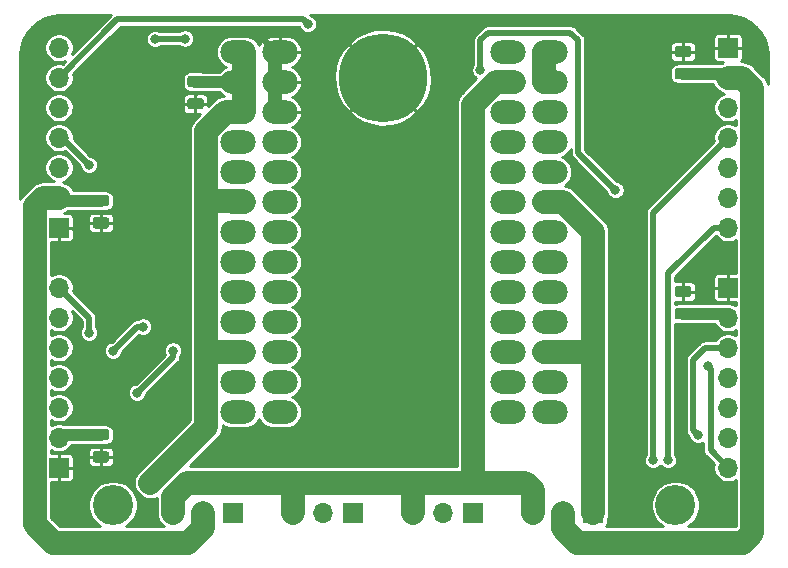
<source format=gbr>
G04 #@! TF.GenerationSoftware,KiCad,Pcbnew,5.1.12-84ad8e8a86~92~ubuntu20.04.1*
G04 #@! TF.CreationDate,2021-12-19T18:17:29-08:00*
G04 #@! TF.ProjectId,ft4232h-breakout,66743432-3332-4682-9d62-7265616b6f75,Jun2021b*
G04 #@! TF.SameCoordinates,Original*
G04 #@! TF.FileFunction,Copper,L2,Bot*
G04 #@! TF.FilePolarity,Positive*
%FSLAX46Y46*%
G04 Gerber Fmt 4.6, Leading zero omitted, Abs format (unit mm)*
G04 Created by KiCad (PCBNEW 5.1.12-84ad8e8a86~92~ubuntu20.04.1) date 2021-12-19 18:17:29*
%MOMM*%
%LPD*%
G01*
G04 APERTURE LIST*
G04 #@! TA.AperFunction,ComponentPad*
%ADD10C,7.500000*%
G04 #@! TD*
G04 #@! TA.AperFunction,ComponentPad*
%ADD11O,1.700000X1.700000*%
G04 #@! TD*
G04 #@! TA.AperFunction,ComponentPad*
%ADD12R,1.700000X1.700000*%
G04 #@! TD*
G04 #@! TA.AperFunction,ComponentPad*
%ADD13O,3.000000X2.000000*%
G04 #@! TD*
G04 #@! TA.AperFunction,ViaPad*
%ADD14C,3.400000*%
G04 #@! TD*
G04 #@! TA.AperFunction,ViaPad*
%ADD15C,0.800000*%
G04 #@! TD*
G04 #@! TA.AperFunction,Conductor*
%ADD16C,2.000000*%
G04 #@! TD*
G04 #@! TA.AperFunction,Conductor*
%ADD17C,0.250000*%
G04 #@! TD*
G04 #@! TA.AperFunction,Conductor*
%ADD18C,0.500000*%
G04 #@! TD*
G04 #@! TA.AperFunction,Conductor*
%ADD19C,1.000000*%
G04 #@! TD*
G04 #@! TA.AperFunction,Conductor*
%ADD20C,0.254000*%
G04 #@! TD*
G04 #@! TA.AperFunction,Conductor*
%ADD21C,0.100000*%
G04 #@! TD*
G04 APERTURE END LIST*
D10*
G04 #@! TO.P,TP1,1*
G04 #@! TO.N,GND*
X99060000Y-87630000D03*
G04 #@! TD*
D11*
G04 #@! TO.P,J8,7*
G04 #@! TO.N,/RTS-A*
X71628000Y-85090000D03*
G04 #@! TO.P,J8,6*
G04 #@! TO.N,/DTR-A*
X71628000Y-87630000D03*
G04 #@! TO.P,J8,5*
G04 #@! TO.N,/RXD-A*
X71628000Y-90170000D03*
G04 #@! TO.P,J8,4*
G04 #@! TO.N,/TXD-A*
X71628000Y-92710000D03*
G04 #@! TO.P,J8,3*
G04 #@! TO.N,/CTS-A*
X71628000Y-95250000D03*
G04 #@! TO.P,J8,2*
G04 #@! TO.N,/VCC-A*
X71628000Y-97790000D03*
D12*
G04 #@! TO.P,J8,1*
G04 #@! TO.N,GND*
X71628000Y-100330000D03*
G04 #@! TD*
D11*
G04 #@! TO.P,J5,7*
G04 #@! TO.N,/RTS-B*
X71628000Y-105410000D03*
G04 #@! TO.P,J5,6*
G04 #@! TO.N,/DTR-B*
X71628000Y-107950000D03*
G04 #@! TO.P,J5,5*
G04 #@! TO.N,/RXD-B*
X71628000Y-110490000D03*
G04 #@! TO.P,J5,4*
G04 #@! TO.N,/TXD-B*
X71628000Y-113030000D03*
G04 #@! TO.P,J5,3*
G04 #@! TO.N,/CTS-B*
X71628000Y-115570000D03*
G04 #@! TO.P,J5,2*
G04 #@! TO.N,/VCC-B*
X71628000Y-118110000D03*
D12*
G04 #@! TO.P,J5,1*
G04 #@! TO.N,GND*
X71628000Y-120650000D03*
G04 #@! TD*
D11*
G04 #@! TO.P,J4,3*
G04 #@! TO.N,+5V*
X81280000Y-124460000D03*
G04 #@! TO.P,J4,2*
G04 #@! TO.N,/VCC-A*
X83820000Y-124460000D03*
D12*
G04 #@! TO.P,J4,1*
G04 #@! TO.N,+3V3*
X86360000Y-124460000D03*
G04 #@! TD*
D11*
G04 #@! TO.P,J3,3*
G04 #@! TO.N,+5V*
X91440000Y-124460000D03*
G04 #@! TO.P,J3,2*
G04 #@! TO.N,/VCC-B*
X93980000Y-124460000D03*
D12*
G04 #@! TO.P,J3,1*
G04 #@! TO.N,+3V3*
X96520000Y-124460000D03*
G04 #@! TD*
G04 #@! TO.P,C5,2*
G04 #@! TO.N,GND*
G04 #@! TA.AperFunction,SMDPad,CuDef*
G36*
G01*
X74727750Y-99431500D02*
X75640250Y-99431500D01*
G75*
G02*
X75884000Y-99675250I0J-243750D01*
G01*
X75884000Y-100162750D01*
G75*
G02*
X75640250Y-100406500I-243750J0D01*
G01*
X74727750Y-100406500D01*
G75*
G02*
X74484000Y-100162750I0J243750D01*
G01*
X74484000Y-99675250D01*
G75*
G02*
X74727750Y-99431500I243750J0D01*
G01*
G37*
G04 #@! TD.AperFunction*
G04 #@! TO.P,C5,1*
G04 #@! TO.N,/VCC-A*
G04 #@! TA.AperFunction,SMDPad,CuDef*
G36*
G01*
X74727750Y-97556500D02*
X75640250Y-97556500D01*
G75*
G02*
X75884000Y-97800250I0J-243750D01*
G01*
X75884000Y-98287750D01*
G75*
G02*
X75640250Y-98531500I-243750J0D01*
G01*
X74727750Y-98531500D01*
G75*
G02*
X74484000Y-98287750I0J243750D01*
G01*
X74484000Y-97800250D01*
G75*
G02*
X74727750Y-97556500I243750J0D01*
G01*
G37*
G04 #@! TD.AperFunction*
G04 #@! TD*
G04 #@! TO.P,C4,2*
G04 #@! TO.N,GND*
G04 #@! TA.AperFunction,SMDPad,CuDef*
G36*
G01*
X74727750Y-119243500D02*
X75640250Y-119243500D01*
G75*
G02*
X75884000Y-119487250I0J-243750D01*
G01*
X75884000Y-119974750D01*
G75*
G02*
X75640250Y-120218500I-243750J0D01*
G01*
X74727750Y-120218500D01*
G75*
G02*
X74484000Y-119974750I0J243750D01*
G01*
X74484000Y-119487250D01*
G75*
G02*
X74727750Y-119243500I243750J0D01*
G01*
G37*
G04 #@! TD.AperFunction*
G04 #@! TO.P,C4,1*
G04 #@! TO.N,/VCC-B*
G04 #@! TA.AperFunction,SMDPad,CuDef*
G36*
G01*
X74727750Y-117368500D02*
X75640250Y-117368500D01*
G75*
G02*
X75884000Y-117612250I0J-243750D01*
G01*
X75884000Y-118099750D01*
G75*
G02*
X75640250Y-118343500I-243750J0D01*
G01*
X74727750Y-118343500D01*
G75*
G02*
X74484000Y-118099750I0J243750D01*
G01*
X74484000Y-117612250D01*
G75*
G02*
X74727750Y-117368500I243750J0D01*
G01*
G37*
G04 #@! TD.AperFunction*
G04 #@! TD*
D13*
G04 #@! TO.P,X1,2-26*
G04 #@! TO.N,Net-(X1-Pad2-26)*
X90325000Y-115940000D03*
G04 #@! TO.P,X1,3-22*
G04 #@! TO.N,+3V3*
X113200000Y-110860000D03*
G04 #@! TO.P,X1,2-20*
G04 #@! TO.N,/RTS-B*
X90325000Y-108320000D03*
G04 #@! TO.P,X1,3-26*
G04 #@! TO.N,/TXD-C*
X113200000Y-115940000D03*
G04 #@! TO.P,X1,3-25*
G04 #@! TO.N,/RXD-C*
X109675000Y-115940000D03*
G04 #@! TO.P,X1,3-21*
G04 #@! TO.N,/DTR-C*
X109675000Y-110860000D03*
G04 #@! TO.P,X1,2-25*
G04 #@! TO.N,Net-(X1-Pad2-25)*
X86800000Y-115940000D03*
G04 #@! TO.P,X1,2-18*
G04 #@! TO.N,/TXD-B*
X90325000Y-105780000D03*
G04 #@! TO.P,X1,3-23*
G04 #@! TO.N,/CTS-C*
X109675000Y-113400000D03*
G04 #@! TO.P,X1,3-19*
G04 #@! TO.N,Net-(X1-Pad3-19)*
X109675000Y-108320000D03*
G04 #@! TO.P,X1,3-18*
G04 #@! TO.N,Net-(X1-Pad3-18)*
X113200000Y-105780000D03*
G04 #@! TO.P,X1,3-17*
G04 #@! TO.N,/TXD-D*
X109675000Y-105780000D03*
G04 #@! TO.P,X1,2-24*
G04 #@! TO.N,Net-(X1-Pad2-24)*
X90325000Y-113400000D03*
G04 #@! TO.P,X1,2-17*
G04 #@! TO.N,/RXD-B*
X86800000Y-105780000D03*
G04 #@! TO.P,X1,3-24*
G04 #@! TO.N,/RTS-C*
X113200000Y-113400000D03*
G04 #@! TO.P,X1,2-22*
G04 #@! TO.N,/DTR-B*
X90325000Y-110860000D03*
G04 #@! TO.P,X1,2-19*
G04 #@! TO.N,/CTS-B*
X86800000Y-108320000D03*
G04 #@! TO.P,X1,2-21*
G04 #@! TO.N,+3V3*
X86800000Y-110860000D03*
G04 #@! TO.P,X1,3-20*
G04 #@! TO.N,Net-(X1-Pad3-20)*
X113200000Y-108320000D03*
G04 #@! TO.P,X1,2-23*
G04 #@! TO.N,Net-(X1-Pad2-23)*
X86800000Y-113400000D03*
G04 #@! TO.P,X1,3-12*
G04 #@! TO.N,+3V3*
X113200000Y-98160000D03*
G04 #@! TO.P,X1,3-11*
G04 #@! TO.N,Net-(X1-Pad3-11)*
X109675000Y-98160000D03*
G04 #@! TO.P,X1,2-13*
G04 #@! TO.N,Net-(X1-Pad2-13)*
X86800000Y-100700000D03*
G04 #@! TO.P,X1,3-10*
G04 #@! TO.N,Net-(X1-Pad3-10)*
X113200000Y-95620000D03*
G04 #@! TO.P,X1,3-13*
G04 #@! TO.N,/DTR-D*
X109675000Y-100700000D03*
G04 #@! TO.P,X1,2-14*
G04 #@! TO.N,/DTR-A*
X90325000Y-100700000D03*
G04 #@! TO.P,X1,2-9*
G04 #@! TO.N,/RTS-A*
X86800000Y-95620000D03*
G04 #@! TO.P,X1,3-9*
G04 #@! TO.N,Net-(X1-Pad3-9)*
X109675000Y-95620000D03*
G04 #@! TO.P,X1,3-14*
G04 #@! TO.N,/CTS-D*
X113200000Y-100700000D03*
G04 #@! TO.P,X1,2-10*
G04 #@! TO.N,/RXD-A*
X90325000Y-95620000D03*
G04 #@! TO.P,X1,2-16*
G04 #@! TO.N,Net-(X1-Pad2-16)*
X90325000Y-103240000D03*
G04 #@! TO.P,X1,3-16*
G04 #@! TO.N,/RXD-D*
X113200000Y-103240000D03*
G04 #@! TO.P,X1,2-12*
G04 #@! TO.N,/CTS-A*
X90325000Y-98160000D03*
G04 #@! TO.P,X1,3-15*
G04 #@! TO.N,/RTS-D*
X109675000Y-103240000D03*
G04 #@! TO.P,X1,2-15*
G04 #@! TO.N,Net-(X1-Pad2-15)*
X86800000Y-103240000D03*
G04 #@! TO.P,X1,2-11*
G04 #@! TO.N,+3V3*
X86800000Y-98160000D03*
G04 #@! TO.P,X1,3-8*
G04 #@! TO.N,Net-(X1-Pad3-8)*
X113200000Y-93080000D03*
G04 #@! TO.P,X1,3-7*
G04 #@! TO.N,Net-(X1-Pad3-7)*
X109675000Y-93080000D03*
G04 #@! TO.P,X1,3-6*
G04 #@! TO.N,Net-(X1-Pad3-6)*
X113200000Y-90540000D03*
G04 #@! TO.P,X1,2-5*
G04 #@! TO.N,+3V3*
X86800000Y-90540000D03*
G04 #@! TO.P,X1,3-5*
G04 #@! TO.N,Net-(X1-Pad3-5)*
X109675000Y-90540000D03*
G04 #@! TO.P,X1,2-6*
G04 #@! TO.N,GND*
X90325000Y-90540000D03*
G04 #@! TO.P,X1,2-8*
G04 #@! TO.N,Net-(X1-Pad2-8)*
X90325000Y-93080000D03*
G04 #@! TO.P,X1,2-7*
G04 #@! TO.N,/TXD-A*
X86800000Y-93080000D03*
G04 #@! TO.P,X1,3-4*
G04 #@! TO.N,GND*
X113200000Y-88000000D03*
G04 #@! TO.P,X1,2-3*
G04 #@! TO.N,+3V3*
X86800000Y-88000000D03*
G04 #@! TO.P,X1,3-3*
G04 #@! TO.N,+5V*
X109675000Y-88000000D03*
G04 #@! TO.P,X1,2-4*
G04 #@! TO.N,GND*
X90325000Y-88000000D03*
G04 #@! TO.P,X1,2-1*
G04 #@! TO.N,+3V3*
X86800000Y-85460000D03*
G04 #@! TO.P,X1,3-2*
G04 #@! TO.N,GND*
X113200000Y-85460000D03*
G04 #@! TO.P,X1,2-2*
X90325000Y-85460000D03*
G04 #@! TO.P,X1,3-1*
G04 #@! TO.N,+5V*
X109675000Y-85460000D03*
G04 #@! TD*
D11*
G04 #@! TO.P,J7,7*
G04 #@! TO.N,/RTS-C*
X128270000Y-120650000D03*
G04 #@! TO.P,J7,6*
G04 #@! TO.N,/DTR-C*
X128270000Y-118110000D03*
G04 #@! TO.P,J7,5*
G04 #@! TO.N,/RXD-C*
X128270000Y-115570000D03*
G04 #@! TO.P,J7,4*
G04 #@! TO.N,/TXD-C*
X128270000Y-113030000D03*
G04 #@! TO.P,J7,3*
G04 #@! TO.N,/CTS-C*
X128270000Y-110490000D03*
G04 #@! TO.P,J7,2*
G04 #@! TO.N,/VCC-C*
X128270000Y-107950000D03*
D12*
G04 #@! TO.P,J7,1*
G04 #@! TO.N,GND*
X128270000Y-105410000D03*
G04 #@! TD*
D11*
G04 #@! TO.P,J6,7*
G04 #@! TO.N,/RTS-D*
X128270000Y-100330000D03*
G04 #@! TO.P,J6,6*
G04 #@! TO.N,/DTR-D*
X128270000Y-97790000D03*
G04 #@! TO.P,J6,5*
G04 #@! TO.N,/RXD-D*
X128270000Y-95250000D03*
G04 #@! TO.P,J6,4*
G04 #@! TO.N,/TXD-D*
X128270000Y-92710000D03*
G04 #@! TO.P,J6,3*
G04 #@! TO.N,/CTS-D*
X128270000Y-90170000D03*
G04 #@! TO.P,J6,2*
G04 #@! TO.N,/VCC-D*
X128270000Y-87630000D03*
D12*
G04 #@! TO.P,J6,1*
G04 #@! TO.N,GND*
X128270000Y-85090000D03*
G04 #@! TD*
D11*
G04 #@! TO.P,J2,3*
G04 #@! TO.N,+5V*
X101600000Y-124460000D03*
G04 #@! TO.P,J2,2*
G04 #@! TO.N,/VCC-C*
X104140000Y-124460000D03*
D12*
G04 #@! TO.P,J2,1*
G04 #@! TO.N,+3V3*
X106680000Y-124460000D03*
G04 #@! TD*
D11*
G04 #@! TO.P,J1,3*
G04 #@! TO.N,+5V*
X111760000Y-124460000D03*
G04 #@! TO.P,J1,2*
G04 #@! TO.N,/VCC-D*
X114300000Y-124460000D03*
D12*
G04 #@! TO.P,J1,1*
G04 #@! TO.N,+3V3*
X116840000Y-124460000D03*
G04 #@! TD*
G04 #@! TO.P,C6,2*
G04 #@! TO.N,GND*
G04 #@! TA.AperFunction,SMDPad,CuDef*
G36*
G01*
X124916250Y-85910000D02*
X124003750Y-85910000D01*
G75*
G02*
X123760000Y-85666250I0J243750D01*
G01*
X123760000Y-85178750D01*
G75*
G02*
X124003750Y-84935000I243750J0D01*
G01*
X124916250Y-84935000D01*
G75*
G02*
X125160000Y-85178750I0J-243750D01*
G01*
X125160000Y-85666250D01*
G75*
G02*
X124916250Y-85910000I-243750J0D01*
G01*
G37*
G04 #@! TD.AperFunction*
G04 #@! TO.P,C6,1*
G04 #@! TO.N,/VCC-D*
G04 #@! TA.AperFunction,SMDPad,CuDef*
G36*
G01*
X124916250Y-87785000D02*
X124003750Y-87785000D01*
G75*
G02*
X123760000Y-87541250I0J243750D01*
G01*
X123760000Y-87053750D01*
G75*
G02*
X124003750Y-86810000I243750J0D01*
G01*
X124916250Y-86810000D01*
G75*
G02*
X125160000Y-87053750I0J-243750D01*
G01*
X125160000Y-87541250D01*
G75*
G02*
X124916250Y-87785000I-243750J0D01*
G01*
G37*
G04 #@! TD.AperFunction*
G04 #@! TD*
G04 #@! TO.P,C3,2*
G04 #@! TO.N,GND*
G04 #@! TA.AperFunction,SMDPad,CuDef*
G36*
G01*
X124916250Y-106230000D02*
X124003750Y-106230000D01*
G75*
G02*
X123760000Y-105986250I0J243750D01*
G01*
X123760000Y-105498750D01*
G75*
G02*
X124003750Y-105255000I243750J0D01*
G01*
X124916250Y-105255000D01*
G75*
G02*
X125160000Y-105498750I0J-243750D01*
G01*
X125160000Y-105986250D01*
G75*
G02*
X124916250Y-106230000I-243750J0D01*
G01*
G37*
G04 #@! TD.AperFunction*
G04 #@! TO.P,C3,1*
G04 #@! TO.N,/VCC-C*
G04 #@! TA.AperFunction,SMDPad,CuDef*
G36*
G01*
X124916250Y-108105000D02*
X124003750Y-108105000D01*
G75*
G02*
X123760000Y-107861250I0J243750D01*
G01*
X123760000Y-107373750D01*
G75*
G02*
X124003750Y-107130000I243750J0D01*
G01*
X124916250Y-107130000D01*
G75*
G02*
X125160000Y-107373750I0J-243750D01*
G01*
X125160000Y-107861250D01*
G75*
G02*
X124916250Y-108105000I-243750J0D01*
G01*
G37*
G04 #@! TD.AperFunction*
G04 #@! TD*
G04 #@! TO.P,C2,2*
G04 #@! TO.N,GND*
G04 #@! TA.AperFunction,SMDPad,CuDef*
G36*
G01*
X82728750Y-89350000D02*
X83641250Y-89350000D01*
G75*
G02*
X83885000Y-89593750I0J-243750D01*
G01*
X83885000Y-90081250D01*
G75*
G02*
X83641250Y-90325000I-243750J0D01*
G01*
X82728750Y-90325000D01*
G75*
G02*
X82485000Y-90081250I0J243750D01*
G01*
X82485000Y-89593750D01*
G75*
G02*
X82728750Y-89350000I243750J0D01*
G01*
G37*
G04 #@! TD.AperFunction*
G04 #@! TO.P,C2,1*
G04 #@! TO.N,+3V3*
G04 #@! TA.AperFunction,SMDPad,CuDef*
G36*
G01*
X82728750Y-87475000D02*
X83641250Y-87475000D01*
G75*
G02*
X83885000Y-87718750I0J-243750D01*
G01*
X83885000Y-88206250D01*
G75*
G02*
X83641250Y-88450000I-243750J0D01*
G01*
X82728750Y-88450000D01*
G75*
G02*
X82485000Y-88206250I0J243750D01*
G01*
X82485000Y-87718750D01*
G75*
G02*
X82728750Y-87475000I243750J0D01*
G01*
G37*
G04 #@! TD.AperFunction*
G04 #@! TD*
D14*
G04 #@! TO.N,*
X76200000Y-123825000D03*
X123825000Y-123825000D03*
D15*
G04 #@! TO.N,GND*
X102870000Y-83820000D03*
X119888000Y-85344000D03*
G04 #@! TO.N,+3V3*
X79375000Y-121920000D03*
G04 #@! TO.N,/RTS-D*
X123190000Y-120015000D03*
G04 #@! TO.N,/DTR-D*
X118745000Y-97155000D03*
X107315000Y-86995000D03*
G04 #@! TO.N,/TXD-D*
X121920000Y-120015000D03*
G04 #@! TO.N,/RTS-C*
X126580010Y-112038684D03*
G04 #@! TO.N,/CTS-C*
X125741781Y-117895071D03*
G04 #@! TO.N,/RTS-B*
X74168000Y-109220000D03*
G04 #@! TO.N,/RXD-B*
X78740000Y-108712000D03*
X76200000Y-110744000D03*
G04 #@! TO.N,/CTS-B*
X81280000Y-110744000D03*
X78232000Y-114300000D03*
G04 #@! TO.N,/DTR-A*
X92687842Y-83080158D03*
G04 #@! TO.N,/TXD-A*
X74172660Y-95000660D03*
G04 #@! TO.N,/CTS-A*
X79764698Y-84363764D03*
X82291340Y-84323340D03*
G04 #@! TD*
D16*
G04 #@! TO.N,+5V*
X108603717Y-88000000D02*
X106680000Y-89923717D01*
X110175000Y-88000000D02*
X108603717Y-88000000D01*
X106680000Y-89923717D02*
X106680000Y-118110000D01*
X106680000Y-118110000D02*
X106710010Y-118140010D01*
X111760000Y-122555000D02*
X111760000Y-124460000D01*
X111125000Y-121920000D02*
X111760000Y-122555000D01*
X106680000Y-121285000D02*
X106045000Y-121920000D01*
X106680000Y-118110000D02*
X106680000Y-121285000D01*
X106045000Y-121920000D02*
X111125000Y-121920000D01*
X101600000Y-122555000D02*
X102235000Y-121920000D01*
X101600000Y-124460000D02*
X101600000Y-122555000D01*
X102235000Y-121920000D02*
X106045000Y-121920000D01*
X91440000Y-122555000D02*
X90805000Y-121920000D01*
X91440000Y-124460000D02*
X91440000Y-122555000D01*
X90805000Y-121920000D02*
X102235000Y-121920000D01*
X81280000Y-124460000D02*
X81280000Y-123126284D01*
X81280000Y-123126284D02*
X82486284Y-121920000D01*
X82486284Y-121920000D02*
X90805000Y-121920000D01*
G04 #@! TO.N,GND*
X112700000Y-88000000D02*
X112700000Y-85460000D01*
D17*
X102870000Y-83820000D02*
X99615001Y-87074999D01*
D18*
X89825000Y-85460000D02*
X89825000Y-85253000D01*
X89825000Y-85253000D02*
X88392000Y-83820000D01*
D19*
X89825000Y-85460000D02*
X89825000Y-88000000D01*
X89825000Y-88000000D02*
X89825000Y-90540000D01*
D16*
G04 #@! TO.N,+3V3*
X84099990Y-92168727D02*
X84099990Y-96531273D01*
X85728717Y-90540000D02*
X84099990Y-92168727D01*
X87300000Y-90540000D02*
X85728717Y-90540000D01*
X87300000Y-85460000D02*
X87300000Y-90540000D01*
X116840000Y-120650000D02*
X116840000Y-124460000D01*
X114271283Y-98160000D02*
X116840000Y-100728717D01*
X112700000Y-98160000D02*
X114271283Y-98160000D01*
X116470000Y-110860000D02*
X116840000Y-110490000D01*
X112700000Y-110860000D02*
X116470000Y-110860000D01*
X116840000Y-110490000D02*
X116840000Y-120650000D01*
X116840000Y-100728717D02*
X116840000Y-110490000D01*
X84099990Y-117195010D02*
X84099990Y-110210010D01*
X79375000Y-121920000D02*
X84099990Y-117195010D01*
X84749980Y-110860000D02*
X84099990Y-110210010D01*
X87300000Y-110860000D02*
X84749980Y-110860000D01*
X87209990Y-98069990D02*
X87300000Y-98160000D01*
X84099990Y-98069990D02*
X87209990Y-98069990D01*
X84099990Y-110210010D02*
X84099990Y-98069990D01*
X84099990Y-98069990D02*
X84099990Y-96531273D01*
D19*
X83222500Y-88000000D02*
X83185000Y-87962500D01*
X87300000Y-88000000D02*
X83222500Y-88000000D01*
G04 #@! TO.N,/VCC-C*
X127937500Y-107617500D02*
X128270000Y-107950000D01*
X124460000Y-107617500D02*
X127937500Y-107617500D01*
G04 #@! TO.N,/VCC-B*
X71882000Y-117856000D02*
X71628000Y-118110000D01*
X75184000Y-117856000D02*
X71882000Y-117856000D01*
D16*
G04 #@! TO.N,/VCC-A*
X69577999Y-98519999D02*
X70307998Y-97790000D01*
X69577999Y-125457999D02*
X69577999Y-98519999D01*
X70307998Y-97790000D02*
X71628000Y-97790000D01*
X71120000Y-127000000D02*
X69577999Y-125457999D01*
X82550000Y-127000000D02*
X71120000Y-127000000D01*
X83820000Y-125730000D02*
X82550000Y-127000000D01*
X83820000Y-124460000D02*
X83820000Y-125730000D01*
D19*
X71882000Y-98044000D02*
X71628000Y-97790000D01*
X75184000Y-98044000D02*
X71882000Y-98044000D01*
D16*
G04 #@! TO.N,/VCC-D*
X114300000Y-125780002D02*
X115519998Y-127000000D01*
X114300000Y-124460000D02*
X114300000Y-125780002D01*
X115519998Y-127000000D02*
X129540000Y-127000000D01*
X129472081Y-87630000D02*
X128270000Y-87630000D01*
X130320001Y-88477920D02*
X129472081Y-87630000D01*
X130320001Y-126219999D02*
X130320001Y-88477920D01*
X129540000Y-127000000D02*
X130320001Y-126219999D01*
D19*
X127937500Y-87297500D02*
X128270000Y-87630000D01*
X124460000Y-87297500D02*
X127937500Y-87297500D01*
D18*
G04 #@! TO.N,/RTS-D*
X127067919Y-100330000D02*
X123190000Y-104207919D01*
X128270000Y-100330000D02*
X127067919Y-100330000D01*
X123190000Y-104207919D02*
X123190000Y-120015000D01*
X123190000Y-120015000D02*
X123190000Y-120015000D01*
G04 #@! TO.N,/DTR-D*
X118745000Y-97155000D02*
X115570000Y-93980000D01*
X115570000Y-93980000D02*
X115570000Y-84455000D01*
X115570000Y-84455000D02*
X114935000Y-83820000D01*
X114935000Y-83820000D02*
X107950000Y-83820000D01*
X107950000Y-83820000D02*
X107315000Y-84455000D01*
X107315000Y-84455000D02*
X107315000Y-86995000D01*
G04 #@! TO.N,/TXD-D*
X128270000Y-92710000D02*
X122489989Y-98490011D01*
X122489989Y-98490011D02*
X121920000Y-99060000D01*
X121920000Y-99060000D02*
X121920000Y-120015000D01*
G04 #@! TO.N,/RTS-C*
X126797152Y-119177152D02*
X128270000Y-120650000D01*
X126797152Y-112255826D02*
X126797152Y-119177152D01*
X126580010Y-112038684D02*
X126797152Y-112255826D01*
G04 #@! TO.N,/CTS-C*
X128270000Y-110490000D02*
X126365000Y-110490000D01*
X125341782Y-111513218D02*
X125341782Y-117495072D01*
X125341782Y-117495072D02*
X125741781Y-117895071D01*
X126365000Y-110490000D02*
X125341782Y-111513218D01*
G04 #@! TO.N,/RTS-B*
X74168000Y-107950000D02*
X71628000Y-105410000D01*
X74168000Y-109220000D02*
X74168000Y-107950000D01*
G04 #@! TO.N,/RXD-B*
X78232000Y-108712000D02*
X76200000Y-110744000D01*
X78740000Y-108712000D02*
X78232000Y-108712000D01*
G04 #@! TO.N,/CTS-B*
X81280000Y-111252000D02*
X78232000Y-114300000D01*
X81280000Y-110744000D02*
X81280000Y-111252000D01*
G04 #@! TO.N,/DTR-A*
X92287843Y-82680159D02*
X76577841Y-82680159D01*
X92687842Y-83080158D02*
X92287843Y-82680159D01*
X76577841Y-82680159D02*
X71628000Y-87630000D01*
G04 #@! TO.N,/TXD-A*
X71720612Y-92890010D02*
X72062010Y-92890010D01*
X72062010Y-92890010D02*
X74172660Y-95000660D01*
G04 #@! TO.N,/CTS-A*
X82291340Y-84323340D02*
X79805122Y-84323340D01*
X79805122Y-84323340D02*
X79764698Y-84363764D01*
G04 #@! TD*
D20*
G04 #@! TO.N,GND*
X72737540Y-85628092D02*
X72811693Y-85449069D01*
X72859000Y-85211243D01*
X72859000Y-84968757D01*
X72811693Y-84730931D01*
X72718898Y-84506903D01*
X72584180Y-84305283D01*
X72412717Y-84133820D01*
X72211097Y-83999102D01*
X71987069Y-83906307D01*
X71749243Y-83859000D01*
X71506757Y-83859000D01*
X71268931Y-83906307D01*
X71044903Y-83999102D01*
X70843283Y-84133820D01*
X70671820Y-84305283D01*
X70537102Y-84506903D01*
X70444307Y-84730931D01*
X70397000Y-84968757D01*
X70397000Y-85211243D01*
X70444307Y-85449069D01*
X70537102Y-85673097D01*
X70671820Y-85874717D01*
X70843283Y-86046180D01*
X71044903Y-86180898D01*
X71268931Y-86273693D01*
X71506757Y-86321000D01*
X71749243Y-86321000D01*
X71987069Y-86273693D01*
X72166092Y-86199539D01*
X71930564Y-86435067D01*
X71749243Y-86399000D01*
X71506757Y-86399000D01*
X71268931Y-86446307D01*
X71044903Y-86539102D01*
X70843283Y-86673820D01*
X70671820Y-86845283D01*
X70537102Y-87046903D01*
X70444307Y-87270931D01*
X70397000Y-87508757D01*
X70397000Y-87751243D01*
X70444307Y-87989069D01*
X70537102Y-88213097D01*
X70671820Y-88414717D01*
X70843283Y-88586180D01*
X71044903Y-88720898D01*
X71268931Y-88813693D01*
X71506757Y-88861000D01*
X71749243Y-88861000D01*
X71987069Y-88813693D01*
X72211097Y-88720898D01*
X72412717Y-88586180D01*
X72584180Y-88414717D01*
X72718898Y-88213097D01*
X72811693Y-87989069D01*
X72859000Y-87751243D01*
X72859000Y-87508757D01*
X72822933Y-87327436D01*
X75863527Y-84286842D01*
X78983698Y-84286842D01*
X78983698Y-84440686D01*
X79013711Y-84591573D01*
X79072585Y-84733706D01*
X79158056Y-84861623D01*
X79266839Y-84970406D01*
X79394756Y-85055877D01*
X79536889Y-85114751D01*
X79687776Y-85144764D01*
X79841620Y-85144764D01*
X79992507Y-85114751D01*
X80134640Y-85055877D01*
X80262557Y-84970406D01*
X80278623Y-84954340D01*
X81829935Y-84954340D01*
X81921398Y-85015453D01*
X82063531Y-85074327D01*
X82214418Y-85104340D01*
X82368262Y-85104340D01*
X82519149Y-85074327D01*
X82661282Y-85015453D01*
X82789199Y-84929982D01*
X82897982Y-84821199D01*
X82983453Y-84693282D01*
X83042327Y-84551149D01*
X83072340Y-84400262D01*
X83072340Y-84246418D01*
X83042327Y-84095531D01*
X82983453Y-83953398D01*
X82897982Y-83825481D01*
X82789199Y-83716698D01*
X82661282Y-83631227D01*
X82519149Y-83572353D01*
X82368262Y-83542340D01*
X82214418Y-83542340D01*
X82063531Y-83572353D01*
X81921398Y-83631227D01*
X81829935Y-83692340D01*
X80165603Y-83692340D01*
X80134640Y-83671651D01*
X79992507Y-83612777D01*
X79841620Y-83582764D01*
X79687776Y-83582764D01*
X79536889Y-83612777D01*
X79394756Y-83671651D01*
X79266839Y-83757122D01*
X79158056Y-83865905D01*
X79072585Y-83993822D01*
X79013711Y-84135955D01*
X78983698Y-84286842D01*
X75863527Y-84286842D01*
X76839210Y-83311159D01*
X91938177Y-83311159D01*
X91995729Y-83450100D01*
X92081200Y-83578017D01*
X92189983Y-83686800D01*
X92317900Y-83772271D01*
X92460033Y-83831145D01*
X92610920Y-83861158D01*
X92764764Y-83861158D01*
X92915651Y-83831145D01*
X93057784Y-83772271D01*
X93185701Y-83686800D01*
X93294484Y-83578017D01*
X93379955Y-83450100D01*
X93438829Y-83307967D01*
X93468842Y-83157080D01*
X93468842Y-83003236D01*
X93438829Y-82852349D01*
X93379955Y-82710216D01*
X93294484Y-82582299D01*
X93185701Y-82473516D01*
X93057784Y-82388045D01*
X92915651Y-82329171D01*
X92874572Y-82321000D01*
X128250146Y-82321000D01*
X128930793Y-82387738D01*
X129566423Y-82579646D01*
X130152669Y-82891359D01*
X130667203Y-83311002D01*
X131090431Y-83822598D01*
X131406227Y-84406650D01*
X131602567Y-85040921D01*
X131673981Y-85720382D01*
X131674001Y-85726133D01*
X131674001Y-88184061D01*
X131602052Y-87946877D01*
X131473816Y-87706965D01*
X131301240Y-87496681D01*
X131248541Y-87453432D01*
X130496569Y-86701460D01*
X130453320Y-86648761D01*
X130243036Y-86476185D01*
X130003124Y-86347949D01*
X129742804Y-86268982D01*
X129539924Y-86249000D01*
X129539914Y-86249000D01*
X129472081Y-86242319D01*
X129404248Y-86249000D01*
X129344055Y-86249000D01*
X129390711Y-86210711D01*
X129438322Y-86152696D01*
X129473701Y-86086508D01*
X129495487Y-86014689D01*
X129502843Y-85940000D01*
X129501000Y-85185750D01*
X129405750Y-85090500D01*
X128270500Y-85090500D01*
X128270500Y-85110500D01*
X128269500Y-85110500D01*
X128269500Y-85090500D01*
X127134250Y-85090500D01*
X127039000Y-85185750D01*
X127037157Y-85940000D01*
X127044513Y-86014689D01*
X127066299Y-86086508D01*
X127101678Y-86152696D01*
X127149289Y-86210711D01*
X127207304Y-86258322D01*
X127273492Y-86293701D01*
X127345311Y-86315487D01*
X127420000Y-86322843D01*
X127824983Y-86321853D01*
X127738957Y-86347949D01*
X127610707Y-86416500D01*
X124416727Y-86416500D01*
X124308524Y-86427157D01*
X124003750Y-86427157D01*
X123881508Y-86439197D01*
X123763963Y-86474854D01*
X123655634Y-86532757D01*
X123560682Y-86610682D01*
X123482757Y-86705634D01*
X123424854Y-86813963D01*
X123389197Y-86931508D01*
X123377157Y-87053750D01*
X123377157Y-87541250D01*
X123389197Y-87663492D01*
X123424854Y-87781037D01*
X123482757Y-87889366D01*
X123560682Y-87984318D01*
X123655634Y-88062243D01*
X123763963Y-88120146D01*
X123881508Y-88155803D01*
X124003750Y-88167843D01*
X124308524Y-88167843D01*
X124416727Y-88178500D01*
X126997280Y-88178500D01*
X127116185Y-88400955D01*
X127288761Y-88611239D01*
X127499045Y-88783815D01*
X127738957Y-88912051D01*
X127954909Y-88977559D01*
X127910931Y-88986307D01*
X127686903Y-89079102D01*
X127485283Y-89213820D01*
X127313820Y-89385283D01*
X127179102Y-89586903D01*
X127086307Y-89810931D01*
X127039000Y-90048757D01*
X127039000Y-90291243D01*
X127086307Y-90529069D01*
X127179102Y-90753097D01*
X127313820Y-90954717D01*
X127485283Y-91126180D01*
X127686903Y-91260898D01*
X127910931Y-91353693D01*
X128148757Y-91401000D01*
X128391243Y-91401000D01*
X128629069Y-91353693D01*
X128853097Y-91260898D01*
X128939002Y-91203498D01*
X128939002Y-91676502D01*
X128853097Y-91619102D01*
X128629069Y-91526307D01*
X128391243Y-91479000D01*
X128148757Y-91479000D01*
X127910931Y-91526307D01*
X127686903Y-91619102D01*
X127485283Y-91753820D01*
X127313820Y-91925283D01*
X127179102Y-92126903D01*
X127086307Y-92350931D01*
X127039000Y-92588757D01*
X127039000Y-92831243D01*
X127075067Y-93012564D01*
X122065729Y-98021903D01*
X122065723Y-98021908D01*
X121495737Y-98591895D01*
X121471657Y-98611657D01*
X121392804Y-98707740D01*
X121334211Y-98817359D01*
X121298130Y-98936303D01*
X121289000Y-99029003D01*
X121289000Y-99029010D01*
X121285948Y-99060000D01*
X121289000Y-99090990D01*
X121289001Y-119553594D01*
X121227887Y-119645058D01*
X121169013Y-119787191D01*
X121139000Y-119938078D01*
X121139000Y-120091922D01*
X121169013Y-120242809D01*
X121227887Y-120384942D01*
X121313358Y-120512859D01*
X121422141Y-120621642D01*
X121550058Y-120707113D01*
X121692191Y-120765987D01*
X121843078Y-120796000D01*
X121996922Y-120796000D01*
X122147809Y-120765987D01*
X122289942Y-120707113D01*
X122417859Y-120621642D01*
X122526642Y-120512859D01*
X122555000Y-120470418D01*
X122583358Y-120512859D01*
X122692141Y-120621642D01*
X122820058Y-120707113D01*
X122962191Y-120765987D01*
X123113078Y-120796000D01*
X123266922Y-120796000D01*
X123417809Y-120765987D01*
X123559942Y-120707113D01*
X123687859Y-120621642D01*
X123796642Y-120512859D01*
X123882113Y-120384942D01*
X123940987Y-120242809D01*
X123971000Y-120091922D01*
X123971000Y-119938078D01*
X123940987Y-119787191D01*
X123882113Y-119645058D01*
X123821000Y-119553595D01*
X123821000Y-108457448D01*
X123881508Y-108475803D01*
X124003750Y-108487843D01*
X124308524Y-108487843D01*
X124416727Y-108498500D01*
X127164772Y-108498500D01*
X127179102Y-108533097D01*
X127313820Y-108734717D01*
X127485283Y-108906180D01*
X127686903Y-109040898D01*
X127910931Y-109133693D01*
X128148757Y-109181000D01*
X128391243Y-109181000D01*
X128629069Y-109133693D01*
X128853097Y-109040898D01*
X128939001Y-108983499D01*
X128939001Y-109456501D01*
X128853097Y-109399102D01*
X128629069Y-109306307D01*
X128391243Y-109259000D01*
X128148757Y-109259000D01*
X127910931Y-109306307D01*
X127686903Y-109399102D01*
X127485283Y-109533820D01*
X127313820Y-109705283D01*
X127211110Y-109859000D01*
X126395990Y-109859000D01*
X126365000Y-109855948D01*
X126334009Y-109859000D01*
X126334002Y-109859000D01*
X126241302Y-109868130D01*
X126122358Y-109904211D01*
X126012739Y-109962804D01*
X125916657Y-110041657D01*
X125896899Y-110065732D01*
X124917519Y-111045113D01*
X124893439Y-111064875D01*
X124814586Y-111160958D01*
X124755993Y-111270577D01*
X124719912Y-111389521D01*
X124710782Y-111482221D01*
X124710782Y-111482228D01*
X124707730Y-111513218D01*
X124710782Y-111544208D01*
X124710783Y-117464072D01*
X124707730Y-117495072D01*
X124719912Y-117618769D01*
X124755993Y-117737713D01*
X124814586Y-117847332D01*
X124873679Y-117919337D01*
X124873682Y-117919340D01*
X124893440Y-117943415D01*
X124917515Y-117963173D01*
X124969334Y-118014992D01*
X124990794Y-118122880D01*
X125049668Y-118265013D01*
X125135139Y-118392930D01*
X125243922Y-118501713D01*
X125371839Y-118587184D01*
X125513972Y-118646058D01*
X125664859Y-118676071D01*
X125818703Y-118676071D01*
X125969590Y-118646058D01*
X126111723Y-118587184D01*
X126166153Y-118550815D01*
X126166153Y-119146152D01*
X126163100Y-119177152D01*
X126175282Y-119300849D01*
X126211363Y-119419793D01*
X126269956Y-119529412D01*
X126329049Y-119601417D01*
X126329052Y-119601420D01*
X126348810Y-119625495D01*
X126372885Y-119645253D01*
X127075067Y-120347436D01*
X127039000Y-120528757D01*
X127039000Y-120771243D01*
X127086307Y-121009069D01*
X127179102Y-121233097D01*
X127313820Y-121434717D01*
X127485283Y-121606180D01*
X127686903Y-121740898D01*
X127910931Y-121833693D01*
X128148757Y-121881000D01*
X128391243Y-121881000D01*
X128629069Y-121833693D01*
X128853097Y-121740898D01*
X128939001Y-121683499D01*
X128939001Y-125619000D01*
X124885790Y-125619000D01*
X125151560Y-125441418D01*
X125441418Y-125151560D01*
X125669158Y-124810723D01*
X125826028Y-124432005D01*
X125906000Y-124029961D01*
X125906000Y-123620039D01*
X125826028Y-123217995D01*
X125669158Y-122839277D01*
X125441418Y-122498440D01*
X125151560Y-122208582D01*
X124810723Y-121980842D01*
X124432005Y-121823972D01*
X124029961Y-121744000D01*
X123620039Y-121744000D01*
X123217995Y-121823972D01*
X122839277Y-121980842D01*
X122498440Y-122208582D01*
X122208582Y-122498440D01*
X121980842Y-122839277D01*
X121823972Y-123217995D01*
X121744000Y-123620039D01*
X121744000Y-124029961D01*
X121823972Y-124432005D01*
X121980842Y-124810723D01*
X122208582Y-125151560D01*
X122498440Y-125441418D01*
X122764210Y-125619000D01*
X117914055Y-125619000D01*
X117960711Y-125580711D01*
X118008322Y-125522696D01*
X118043701Y-125456508D01*
X118065487Y-125384689D01*
X118072843Y-125310000D01*
X118072843Y-125083104D01*
X118122051Y-124991043D01*
X118201018Y-124730723D01*
X118221000Y-124527843D01*
X118221000Y-110557834D01*
X118227681Y-110490001D01*
X118221000Y-110422168D01*
X118221000Y-100796549D01*
X118227681Y-100728716D01*
X118221000Y-100660883D01*
X118221000Y-100660874D01*
X118201018Y-100457994D01*
X118122051Y-100197674D01*
X117993815Y-99957762D01*
X117961593Y-99918500D01*
X117864486Y-99800174D01*
X117864480Y-99800168D01*
X117821238Y-99747478D01*
X117768550Y-99704238D01*
X115295769Y-97231458D01*
X115252522Y-97178761D01*
X115042238Y-97006185D01*
X114802326Y-96877949D01*
X114542006Y-96798982D01*
X114442252Y-96789157D01*
X114470955Y-96773815D01*
X114681239Y-96601239D01*
X114853815Y-96390955D01*
X114982051Y-96151043D01*
X115061018Y-95890723D01*
X115087682Y-95620000D01*
X115061018Y-95349277D01*
X114982051Y-95088957D01*
X114853815Y-94849045D01*
X114681239Y-94638761D01*
X114470955Y-94466185D01*
X114253589Y-94350000D01*
X114470955Y-94233815D01*
X114681239Y-94061239D01*
X114853815Y-93850955D01*
X114939000Y-93691585D01*
X114939000Y-93949010D01*
X114935948Y-93980000D01*
X114939000Y-94010990D01*
X114939000Y-94010997D01*
X114948130Y-94103697D01*
X114984211Y-94222641D01*
X115042804Y-94332260D01*
X115121657Y-94428343D01*
X115145737Y-94448105D01*
X117972553Y-97274922D01*
X117994013Y-97382809D01*
X118052887Y-97524942D01*
X118138358Y-97652859D01*
X118247141Y-97761642D01*
X118375058Y-97847113D01*
X118517191Y-97905987D01*
X118668078Y-97936000D01*
X118821922Y-97936000D01*
X118972809Y-97905987D01*
X119114942Y-97847113D01*
X119242859Y-97761642D01*
X119351642Y-97652859D01*
X119437113Y-97524942D01*
X119495987Y-97382809D01*
X119526000Y-97231922D01*
X119526000Y-97078078D01*
X119495987Y-96927191D01*
X119437113Y-96785058D01*
X119351642Y-96657141D01*
X119242859Y-96548358D01*
X119114942Y-96462887D01*
X118972809Y-96404013D01*
X118864922Y-96382553D01*
X116201000Y-93718632D01*
X116201000Y-85910000D01*
X123377157Y-85910000D01*
X123384513Y-85984689D01*
X123406299Y-86056508D01*
X123441678Y-86122696D01*
X123489289Y-86180711D01*
X123547304Y-86228322D01*
X123613492Y-86263701D01*
X123685311Y-86285487D01*
X123760000Y-86292843D01*
X124364250Y-86291000D01*
X124459500Y-86195750D01*
X124459500Y-85423000D01*
X124460500Y-85423000D01*
X124460500Y-86195750D01*
X124555750Y-86291000D01*
X125160000Y-86292843D01*
X125234689Y-86285487D01*
X125306508Y-86263701D01*
X125372696Y-86228322D01*
X125430711Y-86180711D01*
X125478322Y-86122696D01*
X125513701Y-86056508D01*
X125535487Y-85984689D01*
X125542843Y-85910000D01*
X125541000Y-85518250D01*
X125445750Y-85423000D01*
X124460500Y-85423000D01*
X124459500Y-85423000D01*
X123474250Y-85423000D01*
X123379000Y-85518250D01*
X123377157Y-85910000D01*
X116201000Y-85910000D01*
X116201000Y-84935000D01*
X123377157Y-84935000D01*
X123379000Y-85326750D01*
X123474250Y-85422000D01*
X124459500Y-85422000D01*
X124459500Y-84649250D01*
X124460500Y-84649250D01*
X124460500Y-85422000D01*
X125445750Y-85422000D01*
X125541000Y-85326750D01*
X125542843Y-84935000D01*
X125535487Y-84860311D01*
X125513701Y-84788492D01*
X125478322Y-84722304D01*
X125430711Y-84664289D01*
X125372696Y-84616678D01*
X125306508Y-84581299D01*
X125234689Y-84559513D01*
X125160000Y-84552157D01*
X124555750Y-84554000D01*
X124460500Y-84649250D01*
X124459500Y-84649250D01*
X124364250Y-84554000D01*
X123760000Y-84552157D01*
X123685311Y-84559513D01*
X123613492Y-84581299D01*
X123547304Y-84616678D01*
X123489289Y-84664289D01*
X123441678Y-84722304D01*
X123406299Y-84788492D01*
X123384513Y-84860311D01*
X123377157Y-84935000D01*
X116201000Y-84935000D01*
X116201000Y-84485998D01*
X116204053Y-84455000D01*
X116191870Y-84331302D01*
X116164175Y-84240000D01*
X127037157Y-84240000D01*
X127039000Y-84994250D01*
X127134250Y-85089500D01*
X128269500Y-85089500D01*
X128269500Y-83954250D01*
X128270500Y-83954250D01*
X128270500Y-85089500D01*
X129405750Y-85089500D01*
X129501000Y-84994250D01*
X129502843Y-84240000D01*
X129495487Y-84165311D01*
X129473701Y-84093492D01*
X129438322Y-84027304D01*
X129390711Y-83969289D01*
X129332696Y-83921678D01*
X129266508Y-83886299D01*
X129194689Y-83864513D01*
X129120000Y-83857157D01*
X128365750Y-83859000D01*
X128270500Y-83954250D01*
X128269500Y-83954250D01*
X128174250Y-83859000D01*
X127420000Y-83857157D01*
X127345311Y-83864513D01*
X127273492Y-83886299D01*
X127207304Y-83921678D01*
X127149289Y-83969289D01*
X127101678Y-84027304D01*
X127066299Y-84093492D01*
X127044513Y-84165311D01*
X127037157Y-84240000D01*
X116164175Y-84240000D01*
X116155789Y-84212358D01*
X116097196Y-84102739D01*
X116038103Y-84030734D01*
X116038101Y-84030732D01*
X116018343Y-84006657D01*
X115994268Y-83986899D01*
X115403105Y-83395737D01*
X115383343Y-83371657D01*
X115287261Y-83292804D01*
X115177642Y-83234211D01*
X115058698Y-83198130D01*
X114965998Y-83189000D01*
X114965990Y-83189000D01*
X114935000Y-83185948D01*
X114904010Y-83189000D01*
X107980998Y-83189000D01*
X107950000Y-83185947D01*
X107826302Y-83198130D01*
X107707358Y-83234211D01*
X107597739Y-83292804D01*
X107540141Y-83340074D01*
X107501657Y-83371657D01*
X107481899Y-83395732D01*
X106890737Y-83986895D01*
X106866657Y-84006657D01*
X106787804Y-84102740D01*
X106729211Y-84212359D01*
X106693130Y-84331303D01*
X106684000Y-84424003D01*
X106684000Y-84424010D01*
X106680948Y-84455000D01*
X106684000Y-84485990D01*
X106684001Y-86533594D01*
X106622887Y-86625058D01*
X106564013Y-86767191D01*
X106534000Y-86918078D01*
X106534000Y-87071922D01*
X106564013Y-87222809D01*
X106622887Y-87364942D01*
X106708358Y-87492859D01*
X106817141Y-87601642D01*
X106945058Y-87687113D01*
X106958152Y-87692537D01*
X105751456Y-88899233D01*
X105698761Y-88942479D01*
X105655516Y-88995173D01*
X105655514Y-88995175D01*
X105538872Y-89137304D01*
X105526185Y-89152763D01*
X105397949Y-89392675D01*
X105318982Y-89652995D01*
X105299000Y-89855875D01*
X105299000Y-89855884D01*
X105292319Y-89923717D01*
X105299000Y-89991550D01*
X105299001Y-118042148D01*
X105299000Y-118042158D01*
X105299000Y-118042167D01*
X105292319Y-118110000D01*
X105299000Y-118177833D01*
X105299001Y-120539000D01*
X102302836Y-120539000D01*
X102235000Y-120532319D01*
X102167164Y-120539000D01*
X90872833Y-120539000D01*
X90805000Y-120532319D01*
X90737167Y-120539000D01*
X82709028Y-120539000D01*
X85028540Y-118219489D01*
X85081228Y-118176249D01*
X85124470Y-118123559D01*
X85124476Y-118123553D01*
X85253805Y-117965965D01*
X85382041Y-117726053D01*
X85399875Y-117667262D01*
X85461008Y-117465733D01*
X85480990Y-117262853D01*
X85480990Y-117262843D01*
X85487671Y-117195010D01*
X85480990Y-117127177D01*
X85480990Y-117054377D01*
X85529045Y-117093815D01*
X85768957Y-117222051D01*
X86029277Y-117301018D01*
X86232157Y-117321000D01*
X87367843Y-117321000D01*
X87570723Y-117301018D01*
X87831043Y-117222051D01*
X88070955Y-117093815D01*
X88281239Y-116921239D01*
X88453815Y-116710955D01*
X88562500Y-116507620D01*
X88671185Y-116710955D01*
X88843761Y-116921239D01*
X89054045Y-117093815D01*
X89293957Y-117222051D01*
X89554277Y-117301018D01*
X89757157Y-117321000D01*
X90892843Y-117321000D01*
X91095723Y-117301018D01*
X91356043Y-117222051D01*
X91595955Y-117093815D01*
X91806239Y-116921239D01*
X91978815Y-116710955D01*
X92107051Y-116471043D01*
X92186018Y-116210723D01*
X92212682Y-115940000D01*
X92186018Y-115669277D01*
X92107051Y-115408957D01*
X91978815Y-115169045D01*
X91806239Y-114958761D01*
X91595955Y-114786185D01*
X91378589Y-114670000D01*
X91595955Y-114553815D01*
X91806239Y-114381239D01*
X91978815Y-114170955D01*
X92107051Y-113931043D01*
X92186018Y-113670723D01*
X92212682Y-113400000D01*
X92186018Y-113129277D01*
X92107051Y-112868957D01*
X91978815Y-112629045D01*
X91806239Y-112418761D01*
X91595955Y-112246185D01*
X91378589Y-112130000D01*
X91595955Y-112013815D01*
X91806239Y-111841239D01*
X91978815Y-111630955D01*
X92107051Y-111391043D01*
X92186018Y-111130723D01*
X92212682Y-110860000D01*
X92186018Y-110589277D01*
X92107051Y-110328957D01*
X91978815Y-110089045D01*
X91806239Y-109878761D01*
X91595955Y-109706185D01*
X91378589Y-109590000D01*
X91595955Y-109473815D01*
X91806239Y-109301239D01*
X91978815Y-109090955D01*
X92107051Y-108851043D01*
X92186018Y-108590723D01*
X92212682Y-108320000D01*
X92186018Y-108049277D01*
X92107051Y-107788957D01*
X91978815Y-107549045D01*
X91806239Y-107338761D01*
X91595955Y-107166185D01*
X91378589Y-107050000D01*
X91595955Y-106933815D01*
X91806239Y-106761239D01*
X91978815Y-106550955D01*
X92107051Y-106311043D01*
X92186018Y-106050723D01*
X92212682Y-105780000D01*
X92186018Y-105509277D01*
X92107051Y-105248957D01*
X91978815Y-105009045D01*
X91806239Y-104798761D01*
X91595955Y-104626185D01*
X91378589Y-104510000D01*
X91595955Y-104393815D01*
X91806239Y-104221239D01*
X91978815Y-104010955D01*
X92107051Y-103771043D01*
X92186018Y-103510723D01*
X92212682Y-103240000D01*
X92186018Y-102969277D01*
X92107051Y-102708957D01*
X91978815Y-102469045D01*
X91806239Y-102258761D01*
X91595955Y-102086185D01*
X91378589Y-101970000D01*
X91595955Y-101853815D01*
X91806239Y-101681239D01*
X91978815Y-101470955D01*
X92107051Y-101231043D01*
X92186018Y-100970723D01*
X92212682Y-100700000D01*
X92186018Y-100429277D01*
X92107051Y-100168957D01*
X91978815Y-99929045D01*
X91806239Y-99718761D01*
X91595955Y-99546185D01*
X91378589Y-99430000D01*
X91595955Y-99313815D01*
X91806239Y-99141239D01*
X91978815Y-98930955D01*
X92107051Y-98691043D01*
X92186018Y-98430723D01*
X92212682Y-98160000D01*
X92186018Y-97889277D01*
X92107051Y-97628957D01*
X91978815Y-97389045D01*
X91806239Y-97178761D01*
X91595955Y-97006185D01*
X91378589Y-96890000D01*
X91595955Y-96773815D01*
X91806239Y-96601239D01*
X91978815Y-96390955D01*
X92107051Y-96151043D01*
X92186018Y-95890723D01*
X92212682Y-95620000D01*
X92186018Y-95349277D01*
X92107051Y-95088957D01*
X91978815Y-94849045D01*
X91806239Y-94638761D01*
X91595955Y-94466185D01*
X91378589Y-94350000D01*
X91595955Y-94233815D01*
X91806239Y-94061239D01*
X91978815Y-93850955D01*
X92107051Y-93611043D01*
X92186018Y-93350723D01*
X92212682Y-93080000D01*
X92186018Y-92809277D01*
X92107051Y-92548957D01*
X91978815Y-92309045D01*
X91806239Y-92098761D01*
X91595955Y-91926185D01*
X91371580Y-91806253D01*
X91592658Y-91687981D01*
X91801868Y-91516160D01*
X91973537Y-91306826D01*
X92101069Y-91068023D01*
X92179562Y-90808928D01*
X92188919Y-90756530D01*
X92110750Y-90540500D01*
X90325500Y-90540500D01*
X90325500Y-90560500D01*
X90324500Y-90560500D01*
X90324500Y-90540500D01*
X90304500Y-90540500D01*
X90304500Y-90539500D01*
X90324500Y-90539500D01*
X90324500Y-88000500D01*
X90325500Y-88000500D01*
X90325500Y-90539500D01*
X92110750Y-90539500D01*
X92125696Y-90498193D01*
X96192514Y-90498193D01*
X96620515Y-90988513D01*
X97322602Y-91399900D01*
X98091457Y-91666412D01*
X98897532Y-91777807D01*
X99709850Y-91729804D01*
X100497195Y-91524248D01*
X101229310Y-91169038D01*
X101499485Y-90988513D01*
X101927486Y-90498193D01*
X99060000Y-87630707D01*
X96192514Y-90498193D01*
X92125696Y-90498193D01*
X92188919Y-90323470D01*
X92179562Y-90271072D01*
X92101069Y-90011977D01*
X91973537Y-89773174D01*
X91801868Y-89563840D01*
X91592658Y-89392019D01*
X91364576Y-89270000D01*
X91592658Y-89147981D01*
X91801868Y-88976160D01*
X91973537Y-88766826D01*
X92101069Y-88528023D01*
X92179562Y-88268928D01*
X92188919Y-88216530D01*
X92110750Y-88000500D01*
X90325500Y-88000500D01*
X90324500Y-88000500D01*
X90304500Y-88000500D01*
X90304500Y-87999500D01*
X90324500Y-87999500D01*
X90324500Y-85460500D01*
X90325500Y-85460500D01*
X90325500Y-87999500D01*
X92110750Y-87999500D01*
X92188919Y-87783470D01*
X92179562Y-87731072D01*
X92101069Y-87471977D01*
X92098696Y-87467532D01*
X94912193Y-87467532D01*
X94960196Y-88279850D01*
X95165752Y-89067195D01*
X95520962Y-89799310D01*
X95701487Y-90069485D01*
X96191807Y-90497486D01*
X99059293Y-87630000D01*
X99060707Y-87630000D01*
X101928193Y-90497486D01*
X102418513Y-90069485D01*
X102829900Y-89367398D01*
X103096412Y-88598543D01*
X103207807Y-87792468D01*
X103159804Y-86980150D01*
X102954248Y-86192805D01*
X102599038Y-85460690D01*
X102418513Y-85190515D01*
X101928193Y-84762514D01*
X99060707Y-87630000D01*
X99059293Y-87630000D01*
X96191807Y-84762514D01*
X95701487Y-85190515D01*
X95290100Y-85892602D01*
X95023588Y-86661457D01*
X94912193Y-87467532D01*
X92098696Y-87467532D01*
X91973537Y-87233174D01*
X91801868Y-87023840D01*
X91592658Y-86852019D01*
X91364576Y-86730000D01*
X91592658Y-86607981D01*
X91801868Y-86436160D01*
X91973537Y-86226826D01*
X92101069Y-85988023D01*
X92179562Y-85728928D01*
X92188919Y-85676530D01*
X92110750Y-85460500D01*
X90325500Y-85460500D01*
X90324500Y-85460500D01*
X90304500Y-85460500D01*
X90304500Y-85459500D01*
X90324500Y-85459500D01*
X90324500Y-84079000D01*
X90325500Y-84079000D01*
X90325500Y-85459500D01*
X92110750Y-85459500D01*
X92188919Y-85243470D01*
X92179562Y-85191072D01*
X92101069Y-84931977D01*
X92010191Y-84761807D01*
X96192514Y-84761807D01*
X99060000Y-87629293D01*
X101927486Y-84761807D01*
X101499485Y-84271487D01*
X100797398Y-83860100D01*
X100028543Y-83593588D01*
X99222468Y-83482193D01*
X98410150Y-83530196D01*
X97622805Y-83735752D01*
X96890690Y-84090962D01*
X96620515Y-84271487D01*
X96192514Y-84761807D01*
X92010191Y-84761807D01*
X91973537Y-84693174D01*
X91801868Y-84483840D01*
X91592658Y-84312019D01*
X91353948Y-84184314D01*
X91094910Y-84105633D01*
X90825500Y-84079000D01*
X90325500Y-84079000D01*
X90324500Y-84079000D01*
X89824500Y-84079000D01*
X89555090Y-84105633D01*
X89296052Y-84184314D01*
X89057342Y-84312019D01*
X88848132Y-84483840D01*
X88676463Y-84693174D01*
X88566291Y-84899471D01*
X88453815Y-84689045D01*
X88281239Y-84478761D01*
X88070955Y-84306185D01*
X87831043Y-84177949D01*
X87570723Y-84098982D01*
X87367843Y-84079000D01*
X87300000Y-84072318D01*
X87232157Y-84079000D01*
X86232157Y-84079000D01*
X86029277Y-84098982D01*
X85768957Y-84177949D01*
X85529045Y-84306185D01*
X85318761Y-84478761D01*
X85146185Y-84689045D01*
X85017949Y-84928957D01*
X84938982Y-85189277D01*
X84912318Y-85460000D01*
X84938982Y-85730723D01*
X85017949Y-85991043D01*
X85146185Y-86230955D01*
X85318761Y-86441239D01*
X85529045Y-86613815D01*
X85746411Y-86730000D01*
X85529045Y-86846185D01*
X85318761Y-87018761D01*
X85236497Y-87119000D01*
X83812291Y-87119000D01*
X83763492Y-87104197D01*
X83641250Y-87092157D01*
X83336466Y-87092157D01*
X83185000Y-87077238D01*
X83033534Y-87092157D01*
X82728750Y-87092157D01*
X82606508Y-87104197D01*
X82488963Y-87139854D01*
X82380634Y-87197757D01*
X82285682Y-87275682D01*
X82207757Y-87370634D01*
X82149854Y-87478963D01*
X82114197Y-87596508D01*
X82102157Y-87718750D01*
X82102157Y-88206250D01*
X82114197Y-88328492D01*
X82149854Y-88446037D01*
X82207757Y-88554366D01*
X82285682Y-88649318D01*
X82380634Y-88727243D01*
X82488963Y-88785146D01*
X82606508Y-88820803D01*
X82728750Y-88832843D01*
X82933067Y-88832843D01*
X83049794Y-88868252D01*
X83179227Y-88881000D01*
X83179229Y-88881000D01*
X83222499Y-88885262D01*
X83265769Y-88881000D01*
X85236497Y-88881000D01*
X85318761Y-88981239D01*
X85529045Y-89153815D01*
X85557748Y-89169157D01*
X85457994Y-89178982D01*
X85197674Y-89257949D01*
X84957762Y-89386185D01*
X84800174Y-89515514D01*
X84800172Y-89515516D01*
X84747478Y-89558761D01*
X84704233Y-89611455D01*
X84266545Y-90049143D01*
X84266000Y-89933250D01*
X84170750Y-89838000D01*
X83185500Y-89838000D01*
X83185500Y-90610750D01*
X83280750Y-90706000D01*
X83608688Y-90707000D01*
X83171446Y-91144243D01*
X83118751Y-91187489D01*
X83075506Y-91240183D01*
X83075504Y-91240185D01*
X82946176Y-91397772D01*
X82946175Y-91397773D01*
X82817939Y-91637685D01*
X82738972Y-91898005D01*
X82718990Y-92100885D01*
X82718990Y-92100894D01*
X82712309Y-92168727D01*
X82718990Y-92236560D01*
X82718991Y-96463420D01*
X82718990Y-96463430D01*
X82718990Y-98002147D01*
X82712308Y-98069990D01*
X82718991Y-98137843D01*
X82718990Y-110142177D01*
X82712309Y-110210010D01*
X82718990Y-110277843D01*
X82718990Y-110277852D01*
X82718991Y-110277862D01*
X82718990Y-116622981D01*
X78350514Y-120991458D01*
X78221185Y-121149046D01*
X78092949Y-121388958D01*
X78013983Y-121649278D01*
X77987319Y-121920000D01*
X78013983Y-122190722D01*
X78092949Y-122451042D01*
X78221185Y-122690954D01*
X78393761Y-122901239D01*
X78604046Y-123073815D01*
X78843958Y-123202051D01*
X79104278Y-123281017D01*
X79375000Y-123307681D01*
X79645722Y-123281017D01*
X79899000Y-123204187D01*
X79899000Y-124527842D01*
X79918982Y-124730722D01*
X79997949Y-124991042D01*
X80126185Y-125230954D01*
X80298761Y-125441238D01*
X80509045Y-125613815D01*
X80518745Y-125619000D01*
X77260790Y-125619000D01*
X77526560Y-125441418D01*
X77816418Y-125151560D01*
X78044158Y-124810723D01*
X78201028Y-124432005D01*
X78281000Y-124029961D01*
X78281000Y-123620039D01*
X78201028Y-123217995D01*
X78044158Y-122839277D01*
X77816418Y-122498440D01*
X77526560Y-122208582D01*
X77185723Y-121980842D01*
X76807005Y-121823972D01*
X76404961Y-121744000D01*
X75995039Y-121744000D01*
X75592995Y-121823972D01*
X75214277Y-121980842D01*
X74873440Y-122208582D01*
X74583582Y-122498440D01*
X74355842Y-122839277D01*
X74198972Y-123217995D01*
X74119000Y-123620039D01*
X74119000Y-124029961D01*
X74198972Y-124432005D01*
X74355842Y-124810723D01*
X74583582Y-125151560D01*
X74873440Y-125441418D01*
X75139210Y-125619000D01*
X71692029Y-125619000D01*
X70958999Y-124885971D01*
X70958999Y-121882401D01*
X71532250Y-121881000D01*
X71627500Y-121785750D01*
X71627500Y-120650500D01*
X71628500Y-120650500D01*
X71628500Y-121785750D01*
X71723750Y-121881000D01*
X72478000Y-121882843D01*
X72552689Y-121875487D01*
X72624508Y-121853701D01*
X72690696Y-121818322D01*
X72748711Y-121770711D01*
X72796322Y-121712696D01*
X72831701Y-121646508D01*
X72853487Y-121574689D01*
X72860843Y-121500000D01*
X72859000Y-120745750D01*
X72763750Y-120650500D01*
X71628500Y-120650500D01*
X71627500Y-120650500D01*
X71607500Y-120650500D01*
X71607500Y-120649500D01*
X71627500Y-120649500D01*
X71627500Y-119514250D01*
X71628500Y-119514250D01*
X71628500Y-120649500D01*
X72763750Y-120649500D01*
X72859000Y-120554250D01*
X72859820Y-120218500D01*
X74101157Y-120218500D01*
X74108513Y-120293189D01*
X74130299Y-120365008D01*
X74165678Y-120431196D01*
X74213289Y-120489211D01*
X74271304Y-120536822D01*
X74337492Y-120572201D01*
X74409311Y-120593987D01*
X74484000Y-120601343D01*
X75088250Y-120599500D01*
X75183500Y-120504250D01*
X75183500Y-119731500D01*
X75184500Y-119731500D01*
X75184500Y-120504250D01*
X75279750Y-120599500D01*
X75884000Y-120601343D01*
X75958689Y-120593987D01*
X76030508Y-120572201D01*
X76096696Y-120536822D01*
X76154711Y-120489211D01*
X76202322Y-120431196D01*
X76237701Y-120365008D01*
X76259487Y-120293189D01*
X76266843Y-120218500D01*
X76265000Y-119826750D01*
X76169750Y-119731500D01*
X75184500Y-119731500D01*
X75183500Y-119731500D01*
X74198250Y-119731500D01*
X74103000Y-119826750D01*
X74101157Y-120218500D01*
X72859820Y-120218500D01*
X72860843Y-119800000D01*
X72853487Y-119725311D01*
X72831701Y-119653492D01*
X72796322Y-119587304D01*
X72748711Y-119529289D01*
X72690696Y-119481678D01*
X72624508Y-119446299D01*
X72552689Y-119424513D01*
X72478000Y-119417157D01*
X71723750Y-119419000D01*
X71628500Y-119514250D01*
X71627500Y-119514250D01*
X71532250Y-119419000D01*
X70958999Y-119417599D01*
X70958999Y-119143499D01*
X71044903Y-119200898D01*
X71268931Y-119293693D01*
X71506757Y-119341000D01*
X71749243Y-119341000D01*
X71987069Y-119293693D01*
X72108246Y-119243500D01*
X74101157Y-119243500D01*
X74103000Y-119635250D01*
X74198250Y-119730500D01*
X75183500Y-119730500D01*
X75183500Y-118957750D01*
X75184500Y-118957750D01*
X75184500Y-119730500D01*
X76169750Y-119730500D01*
X76265000Y-119635250D01*
X76266843Y-119243500D01*
X76259487Y-119168811D01*
X76237701Y-119096992D01*
X76202322Y-119030804D01*
X76154711Y-118972789D01*
X76096696Y-118925178D01*
X76030508Y-118889799D01*
X75958689Y-118868013D01*
X75884000Y-118860657D01*
X75279750Y-118862500D01*
X75184500Y-118957750D01*
X75183500Y-118957750D01*
X75088250Y-118862500D01*
X74484000Y-118860657D01*
X74409311Y-118868013D01*
X74337492Y-118889799D01*
X74271304Y-118925178D01*
X74213289Y-118972789D01*
X74165678Y-119030804D01*
X74130299Y-119096992D01*
X74108513Y-119168811D01*
X74101157Y-119243500D01*
X72108246Y-119243500D01*
X72211097Y-119200898D01*
X72412717Y-119066180D01*
X72584180Y-118894717D01*
X72689563Y-118737000D01*
X75227273Y-118737000D01*
X75335476Y-118726343D01*
X75640250Y-118726343D01*
X75762492Y-118714303D01*
X75880037Y-118678646D01*
X75988366Y-118620743D01*
X76083318Y-118542818D01*
X76161243Y-118447866D01*
X76219146Y-118339537D01*
X76254803Y-118221992D01*
X76266843Y-118099750D01*
X76266843Y-117612250D01*
X76254803Y-117490008D01*
X76219146Y-117372463D01*
X76161243Y-117264134D01*
X76083318Y-117169182D01*
X75988366Y-117091257D01*
X75880037Y-117033354D01*
X75762492Y-116997697D01*
X75640250Y-116985657D01*
X75335476Y-116985657D01*
X75227273Y-116975000D01*
X72104625Y-116975000D01*
X71987069Y-116926307D01*
X71749243Y-116879000D01*
X71506757Y-116879000D01*
X71268931Y-116926307D01*
X71044903Y-117019102D01*
X70958999Y-117076501D01*
X70958999Y-116603499D01*
X71044903Y-116660898D01*
X71268931Y-116753693D01*
X71506757Y-116801000D01*
X71749243Y-116801000D01*
X71987069Y-116753693D01*
X72211097Y-116660898D01*
X72412717Y-116526180D01*
X72584180Y-116354717D01*
X72718898Y-116153097D01*
X72811693Y-115929069D01*
X72859000Y-115691243D01*
X72859000Y-115448757D01*
X72811693Y-115210931D01*
X72718898Y-114986903D01*
X72584180Y-114785283D01*
X72412717Y-114613820D01*
X72211097Y-114479102D01*
X71987069Y-114386307D01*
X71749243Y-114339000D01*
X71506757Y-114339000D01*
X71268931Y-114386307D01*
X71044903Y-114479102D01*
X70958999Y-114536501D01*
X70958999Y-114063499D01*
X71044903Y-114120898D01*
X71268931Y-114213693D01*
X71506757Y-114261000D01*
X71749243Y-114261000D01*
X71939887Y-114223078D01*
X77451000Y-114223078D01*
X77451000Y-114376922D01*
X77481013Y-114527809D01*
X77539887Y-114669942D01*
X77625358Y-114797859D01*
X77734141Y-114906642D01*
X77862058Y-114992113D01*
X78004191Y-115050987D01*
X78155078Y-115081000D01*
X78308922Y-115081000D01*
X78459809Y-115050987D01*
X78601942Y-114992113D01*
X78729859Y-114906642D01*
X78838642Y-114797859D01*
X78924113Y-114669942D01*
X78982987Y-114527809D01*
X79004447Y-114419921D01*
X81704268Y-111720101D01*
X81728343Y-111700343D01*
X81750215Y-111673693D01*
X81807196Y-111604261D01*
X81865789Y-111494642D01*
X81901870Y-111375698D01*
X81904338Y-111350642D01*
X81911000Y-111282998D01*
X81911000Y-111282991D01*
X81914052Y-111252000D01*
X81911000Y-111221010D01*
X81911000Y-111205405D01*
X81972113Y-111113942D01*
X82030987Y-110971809D01*
X82061000Y-110820922D01*
X82061000Y-110667078D01*
X82030987Y-110516191D01*
X81972113Y-110374058D01*
X81886642Y-110246141D01*
X81777859Y-110137358D01*
X81649942Y-110051887D01*
X81507809Y-109993013D01*
X81356922Y-109963000D01*
X81203078Y-109963000D01*
X81052191Y-109993013D01*
X80910058Y-110051887D01*
X80782141Y-110137358D01*
X80673358Y-110246141D01*
X80587887Y-110374058D01*
X80529013Y-110516191D01*
X80499000Y-110667078D01*
X80499000Y-110820922D01*
X80529013Y-110971809D01*
X80569670Y-111069962D01*
X78112079Y-113527553D01*
X78004191Y-113549013D01*
X77862058Y-113607887D01*
X77734141Y-113693358D01*
X77625358Y-113802141D01*
X77539887Y-113930058D01*
X77481013Y-114072191D01*
X77451000Y-114223078D01*
X71939887Y-114223078D01*
X71987069Y-114213693D01*
X72211097Y-114120898D01*
X72412717Y-113986180D01*
X72584180Y-113814717D01*
X72718898Y-113613097D01*
X72811693Y-113389069D01*
X72859000Y-113151243D01*
X72859000Y-112908757D01*
X72811693Y-112670931D01*
X72718898Y-112446903D01*
X72584180Y-112245283D01*
X72412717Y-112073820D01*
X72211097Y-111939102D01*
X71987069Y-111846307D01*
X71749243Y-111799000D01*
X71506757Y-111799000D01*
X71268931Y-111846307D01*
X71044903Y-111939102D01*
X70958999Y-111996501D01*
X70958999Y-111523499D01*
X71044903Y-111580898D01*
X71268931Y-111673693D01*
X71506757Y-111721000D01*
X71749243Y-111721000D01*
X71987069Y-111673693D01*
X72211097Y-111580898D01*
X72412717Y-111446180D01*
X72584180Y-111274717D01*
X72718898Y-111073097D01*
X72811693Y-110849069D01*
X72847893Y-110667078D01*
X75419000Y-110667078D01*
X75419000Y-110820922D01*
X75449013Y-110971809D01*
X75507887Y-111113942D01*
X75593358Y-111241859D01*
X75702141Y-111350642D01*
X75830058Y-111436113D01*
X75972191Y-111494987D01*
X76123078Y-111525000D01*
X76276922Y-111525000D01*
X76427809Y-111494987D01*
X76569942Y-111436113D01*
X76697859Y-111350642D01*
X76806642Y-111241859D01*
X76892113Y-111113942D01*
X76950987Y-110971809D01*
X76972447Y-110863921D01*
X78414038Y-109422330D01*
X78512191Y-109462987D01*
X78663078Y-109493000D01*
X78816922Y-109493000D01*
X78967809Y-109462987D01*
X79109942Y-109404113D01*
X79237859Y-109318642D01*
X79346642Y-109209859D01*
X79432113Y-109081942D01*
X79490987Y-108939809D01*
X79521000Y-108788922D01*
X79521000Y-108635078D01*
X79490987Y-108484191D01*
X79432113Y-108342058D01*
X79346642Y-108214141D01*
X79237859Y-108105358D01*
X79109942Y-108019887D01*
X78967809Y-107961013D01*
X78816922Y-107931000D01*
X78663078Y-107931000D01*
X78512191Y-107961013D01*
X78370058Y-108019887D01*
X78278595Y-108081000D01*
X78262990Y-108081000D01*
X78232000Y-108077948D01*
X78201009Y-108081000D01*
X78201002Y-108081000D01*
X78108302Y-108090130D01*
X77989358Y-108126211D01*
X77879739Y-108184804D01*
X77808249Y-108243475D01*
X77783657Y-108263657D01*
X77763899Y-108287732D01*
X76080079Y-109971553D01*
X75972191Y-109993013D01*
X75830058Y-110051887D01*
X75702141Y-110137358D01*
X75593358Y-110246141D01*
X75507887Y-110374058D01*
X75449013Y-110516191D01*
X75419000Y-110667078D01*
X72847893Y-110667078D01*
X72859000Y-110611243D01*
X72859000Y-110368757D01*
X72811693Y-110130931D01*
X72718898Y-109906903D01*
X72584180Y-109705283D01*
X72412717Y-109533820D01*
X72211097Y-109399102D01*
X71987069Y-109306307D01*
X71749243Y-109259000D01*
X71506757Y-109259000D01*
X71268931Y-109306307D01*
X71044903Y-109399102D01*
X70958999Y-109456501D01*
X70958999Y-108983499D01*
X71044903Y-109040898D01*
X71268931Y-109133693D01*
X71506757Y-109181000D01*
X71749243Y-109181000D01*
X71987069Y-109133693D01*
X72211097Y-109040898D01*
X72412717Y-108906180D01*
X72584180Y-108734717D01*
X72718898Y-108533097D01*
X72811693Y-108309069D01*
X72859000Y-108071243D01*
X72859000Y-107828757D01*
X72811693Y-107590931D01*
X72737539Y-107411907D01*
X73537001Y-108211369D01*
X73537000Y-108758595D01*
X73475887Y-108850058D01*
X73417013Y-108992191D01*
X73387000Y-109143078D01*
X73387000Y-109296922D01*
X73417013Y-109447809D01*
X73475887Y-109589942D01*
X73561358Y-109717859D01*
X73670141Y-109826642D01*
X73798058Y-109912113D01*
X73940191Y-109970987D01*
X74091078Y-110001000D01*
X74244922Y-110001000D01*
X74395809Y-109970987D01*
X74537942Y-109912113D01*
X74665859Y-109826642D01*
X74774642Y-109717859D01*
X74860113Y-109589942D01*
X74918987Y-109447809D01*
X74949000Y-109296922D01*
X74949000Y-109143078D01*
X74918987Y-108992191D01*
X74860113Y-108850058D01*
X74799000Y-108758595D01*
X74799000Y-107980987D01*
X74802052Y-107949999D01*
X74799000Y-107919011D01*
X74799000Y-107919002D01*
X74789870Y-107826302D01*
X74753789Y-107707358D01*
X74695196Y-107597739D01*
X74616343Y-107501657D01*
X74592263Y-107481895D01*
X72822933Y-105712565D01*
X72859000Y-105531243D01*
X72859000Y-105288757D01*
X72811693Y-105050931D01*
X72718898Y-104826903D01*
X72584180Y-104625283D01*
X72412717Y-104453820D01*
X72211097Y-104319102D01*
X71987069Y-104226307D01*
X71749243Y-104179000D01*
X71506757Y-104179000D01*
X71268931Y-104226307D01*
X71044903Y-104319102D01*
X70958999Y-104376501D01*
X70958999Y-101562401D01*
X71532250Y-101561000D01*
X71627500Y-101465750D01*
X71627500Y-100330500D01*
X71628500Y-100330500D01*
X71628500Y-101465750D01*
X71723750Y-101561000D01*
X72478000Y-101562843D01*
X72552689Y-101555487D01*
X72624508Y-101533701D01*
X72690696Y-101498322D01*
X72748711Y-101450711D01*
X72796322Y-101392696D01*
X72831701Y-101326508D01*
X72853487Y-101254689D01*
X72860843Y-101180000D01*
X72859000Y-100425750D01*
X72839750Y-100406500D01*
X74101157Y-100406500D01*
X74108513Y-100481189D01*
X74130299Y-100553008D01*
X74165678Y-100619196D01*
X74213289Y-100677211D01*
X74271304Y-100724822D01*
X74337492Y-100760201D01*
X74409311Y-100781987D01*
X74484000Y-100789343D01*
X75088250Y-100787500D01*
X75183500Y-100692250D01*
X75183500Y-99919500D01*
X75184500Y-99919500D01*
X75184500Y-100692250D01*
X75279750Y-100787500D01*
X75884000Y-100789343D01*
X75958689Y-100781987D01*
X76030508Y-100760201D01*
X76096696Y-100724822D01*
X76154711Y-100677211D01*
X76202322Y-100619196D01*
X76237701Y-100553008D01*
X76259487Y-100481189D01*
X76266843Y-100406500D01*
X76265000Y-100014750D01*
X76169750Y-99919500D01*
X75184500Y-99919500D01*
X75183500Y-99919500D01*
X74198250Y-99919500D01*
X74103000Y-100014750D01*
X74101157Y-100406500D01*
X72839750Y-100406500D01*
X72763750Y-100330500D01*
X71628500Y-100330500D01*
X71627500Y-100330500D01*
X71607500Y-100330500D01*
X71607500Y-100329500D01*
X71627500Y-100329500D01*
X71627500Y-100309500D01*
X71628500Y-100309500D01*
X71628500Y-100329500D01*
X72763750Y-100329500D01*
X72859000Y-100234250D01*
X72860843Y-99480000D01*
X72856067Y-99431500D01*
X74101157Y-99431500D01*
X74103000Y-99823250D01*
X74198250Y-99918500D01*
X75183500Y-99918500D01*
X75183500Y-99145750D01*
X75184500Y-99145750D01*
X75184500Y-99918500D01*
X76169750Y-99918500D01*
X76265000Y-99823250D01*
X76266843Y-99431500D01*
X76259487Y-99356811D01*
X76237701Y-99284992D01*
X76202322Y-99218804D01*
X76154711Y-99160789D01*
X76096696Y-99113178D01*
X76030508Y-99077799D01*
X75958689Y-99056013D01*
X75884000Y-99048657D01*
X75279750Y-99050500D01*
X75184500Y-99145750D01*
X75183500Y-99145750D01*
X75088250Y-99050500D01*
X74484000Y-99048657D01*
X74409311Y-99056013D01*
X74337492Y-99077799D01*
X74271304Y-99113178D01*
X74213289Y-99160789D01*
X74165678Y-99218804D01*
X74130299Y-99284992D01*
X74108513Y-99356811D01*
X74101157Y-99431500D01*
X72856067Y-99431500D01*
X72853487Y-99405311D01*
X72831701Y-99333492D01*
X72796322Y-99267304D01*
X72748711Y-99209289D01*
X72690696Y-99161678D01*
X72624508Y-99126299D01*
X72552689Y-99104513D01*
X72478000Y-99097157D01*
X72073017Y-99098147D01*
X72159043Y-99072051D01*
X72398955Y-98943815D01*
X72421881Y-98925000D01*
X75227273Y-98925000D01*
X75335476Y-98914343D01*
X75640250Y-98914343D01*
X75762492Y-98902303D01*
X75880037Y-98866646D01*
X75988366Y-98808743D01*
X76083318Y-98730818D01*
X76161243Y-98635866D01*
X76219146Y-98527537D01*
X76254803Y-98409992D01*
X76266843Y-98287750D01*
X76266843Y-97800250D01*
X76254803Y-97678008D01*
X76219146Y-97560463D01*
X76161243Y-97452134D01*
X76083318Y-97357182D01*
X75988366Y-97279257D01*
X75880037Y-97221354D01*
X75762492Y-97185697D01*
X75640250Y-97173657D01*
X75335476Y-97173657D01*
X75227273Y-97163000D01*
X72858761Y-97163000D01*
X72781815Y-97019045D01*
X72609239Y-96808761D01*
X72398955Y-96636185D01*
X72159043Y-96507949D01*
X71943091Y-96442441D01*
X71987069Y-96433693D01*
X72211097Y-96340898D01*
X72412717Y-96206180D01*
X72584180Y-96034717D01*
X72718898Y-95833097D01*
X72811693Y-95609069D01*
X72859000Y-95371243D01*
X72859000Y-95128757D01*
X72811693Y-94890931D01*
X72718898Y-94666903D01*
X72584180Y-94465283D01*
X72412717Y-94293820D01*
X72211097Y-94159102D01*
X71987069Y-94066307D01*
X71749243Y-94019000D01*
X71506757Y-94019000D01*
X71268931Y-94066307D01*
X71044903Y-94159102D01*
X70843283Y-94293820D01*
X70671820Y-94465283D01*
X70537102Y-94666903D01*
X70444307Y-94890931D01*
X70397000Y-95128757D01*
X70397000Y-95371243D01*
X70444307Y-95609069D01*
X70537102Y-95833097D01*
X70671820Y-96034717D01*
X70843283Y-96206180D01*
X71044903Y-96340898D01*
X71209317Y-96409000D01*
X70375830Y-96409000D01*
X70307997Y-96402319D01*
X70240164Y-96409000D01*
X70240155Y-96409000D01*
X70037275Y-96428982D01*
X69776955Y-96507949D01*
X69537043Y-96636185D01*
X69326759Y-96808761D01*
X69283510Y-96861460D01*
X68649455Y-97495515D01*
X68596761Y-97538760D01*
X68553516Y-97591454D01*
X68553513Y-97591457D01*
X68424184Y-97749045D01*
X68351000Y-97885962D01*
X68351000Y-92588757D01*
X70397000Y-92588757D01*
X70397000Y-92831243D01*
X70444307Y-93069069D01*
X70537102Y-93293097D01*
X70671820Y-93494717D01*
X70843283Y-93666180D01*
X71044903Y-93800898D01*
X71268931Y-93893693D01*
X71506757Y-93941000D01*
X71749243Y-93941000D01*
X71987069Y-93893693D01*
X72118772Y-93839140D01*
X73400213Y-95120582D01*
X73421673Y-95228469D01*
X73480547Y-95370602D01*
X73566018Y-95498519D01*
X73674801Y-95607302D01*
X73802718Y-95692773D01*
X73944851Y-95751647D01*
X74095738Y-95781660D01*
X74249582Y-95781660D01*
X74400469Y-95751647D01*
X74542602Y-95692773D01*
X74670519Y-95607302D01*
X74779302Y-95498519D01*
X74864773Y-95370602D01*
X74923647Y-95228469D01*
X74953660Y-95077582D01*
X74953660Y-94923738D01*
X74923647Y-94772851D01*
X74864773Y-94630718D01*
X74779302Y-94502801D01*
X74670519Y-94394018D01*
X74542602Y-94308547D01*
X74400469Y-94249673D01*
X74292582Y-94228213D01*
X72859000Y-92794632D01*
X72859000Y-92588757D01*
X72811693Y-92350931D01*
X72718898Y-92126903D01*
X72584180Y-91925283D01*
X72412717Y-91753820D01*
X72211097Y-91619102D01*
X71987069Y-91526307D01*
X71749243Y-91479000D01*
X71506757Y-91479000D01*
X71268931Y-91526307D01*
X71044903Y-91619102D01*
X70843283Y-91753820D01*
X70671820Y-91925283D01*
X70537102Y-92126903D01*
X70444307Y-92350931D01*
X70397000Y-92588757D01*
X68351000Y-92588757D01*
X68351000Y-90048757D01*
X70397000Y-90048757D01*
X70397000Y-90291243D01*
X70444307Y-90529069D01*
X70537102Y-90753097D01*
X70671820Y-90954717D01*
X70843283Y-91126180D01*
X71044903Y-91260898D01*
X71268931Y-91353693D01*
X71506757Y-91401000D01*
X71749243Y-91401000D01*
X71987069Y-91353693D01*
X72211097Y-91260898D01*
X72412717Y-91126180D01*
X72584180Y-90954717D01*
X72718898Y-90753097D01*
X72811693Y-90529069D01*
X72852285Y-90325000D01*
X82102157Y-90325000D01*
X82109513Y-90399689D01*
X82131299Y-90471508D01*
X82166678Y-90537696D01*
X82214289Y-90595711D01*
X82272304Y-90643322D01*
X82338492Y-90678701D01*
X82410311Y-90700487D01*
X82485000Y-90707843D01*
X83089250Y-90706000D01*
X83184500Y-90610750D01*
X83184500Y-89838000D01*
X82199250Y-89838000D01*
X82104000Y-89933250D01*
X82102157Y-90325000D01*
X72852285Y-90325000D01*
X72859000Y-90291243D01*
X72859000Y-90048757D01*
X72811693Y-89810931D01*
X72718898Y-89586903D01*
X72584180Y-89385283D01*
X72548897Y-89350000D01*
X82102157Y-89350000D01*
X82104000Y-89741750D01*
X82199250Y-89837000D01*
X83184500Y-89837000D01*
X83184500Y-89064250D01*
X83185500Y-89064250D01*
X83185500Y-89837000D01*
X84170750Y-89837000D01*
X84266000Y-89741750D01*
X84267843Y-89350000D01*
X84260487Y-89275311D01*
X84238701Y-89203492D01*
X84203322Y-89137304D01*
X84155711Y-89079289D01*
X84097696Y-89031678D01*
X84031508Y-88996299D01*
X83959689Y-88974513D01*
X83885000Y-88967157D01*
X83280750Y-88969000D01*
X83185500Y-89064250D01*
X83184500Y-89064250D01*
X83089250Y-88969000D01*
X82485000Y-88967157D01*
X82410311Y-88974513D01*
X82338492Y-88996299D01*
X82272304Y-89031678D01*
X82214289Y-89079289D01*
X82166678Y-89137304D01*
X82131299Y-89203492D01*
X82109513Y-89275311D01*
X82102157Y-89350000D01*
X72548897Y-89350000D01*
X72412717Y-89213820D01*
X72211097Y-89079102D01*
X71987069Y-88986307D01*
X71749243Y-88939000D01*
X71506757Y-88939000D01*
X71268931Y-88986307D01*
X71044903Y-89079102D01*
X70843283Y-89213820D01*
X70671820Y-89385283D01*
X70537102Y-89586903D01*
X70444307Y-89810931D01*
X70397000Y-90048757D01*
X68351000Y-90048757D01*
X68351000Y-85744854D01*
X68417738Y-85064207D01*
X68609646Y-84428577D01*
X68921359Y-83842331D01*
X69341002Y-83327797D01*
X69852598Y-82904569D01*
X70436650Y-82588773D01*
X71070921Y-82392433D01*
X71750382Y-82321019D01*
X71755847Y-82321000D01*
X76044631Y-82321000D01*
X72737540Y-85628092D01*
G04 #@! TA.AperFunction,Conductor*
D21*
G36*
X72737540Y-85628092D02*
G01*
X72811693Y-85449069D01*
X72859000Y-85211243D01*
X72859000Y-84968757D01*
X72811693Y-84730931D01*
X72718898Y-84506903D01*
X72584180Y-84305283D01*
X72412717Y-84133820D01*
X72211097Y-83999102D01*
X71987069Y-83906307D01*
X71749243Y-83859000D01*
X71506757Y-83859000D01*
X71268931Y-83906307D01*
X71044903Y-83999102D01*
X70843283Y-84133820D01*
X70671820Y-84305283D01*
X70537102Y-84506903D01*
X70444307Y-84730931D01*
X70397000Y-84968757D01*
X70397000Y-85211243D01*
X70444307Y-85449069D01*
X70537102Y-85673097D01*
X70671820Y-85874717D01*
X70843283Y-86046180D01*
X71044903Y-86180898D01*
X71268931Y-86273693D01*
X71506757Y-86321000D01*
X71749243Y-86321000D01*
X71987069Y-86273693D01*
X72166092Y-86199539D01*
X71930564Y-86435067D01*
X71749243Y-86399000D01*
X71506757Y-86399000D01*
X71268931Y-86446307D01*
X71044903Y-86539102D01*
X70843283Y-86673820D01*
X70671820Y-86845283D01*
X70537102Y-87046903D01*
X70444307Y-87270931D01*
X70397000Y-87508757D01*
X70397000Y-87751243D01*
X70444307Y-87989069D01*
X70537102Y-88213097D01*
X70671820Y-88414717D01*
X70843283Y-88586180D01*
X71044903Y-88720898D01*
X71268931Y-88813693D01*
X71506757Y-88861000D01*
X71749243Y-88861000D01*
X71987069Y-88813693D01*
X72211097Y-88720898D01*
X72412717Y-88586180D01*
X72584180Y-88414717D01*
X72718898Y-88213097D01*
X72811693Y-87989069D01*
X72859000Y-87751243D01*
X72859000Y-87508757D01*
X72822933Y-87327436D01*
X75863527Y-84286842D01*
X78983698Y-84286842D01*
X78983698Y-84440686D01*
X79013711Y-84591573D01*
X79072585Y-84733706D01*
X79158056Y-84861623D01*
X79266839Y-84970406D01*
X79394756Y-85055877D01*
X79536889Y-85114751D01*
X79687776Y-85144764D01*
X79841620Y-85144764D01*
X79992507Y-85114751D01*
X80134640Y-85055877D01*
X80262557Y-84970406D01*
X80278623Y-84954340D01*
X81829935Y-84954340D01*
X81921398Y-85015453D01*
X82063531Y-85074327D01*
X82214418Y-85104340D01*
X82368262Y-85104340D01*
X82519149Y-85074327D01*
X82661282Y-85015453D01*
X82789199Y-84929982D01*
X82897982Y-84821199D01*
X82983453Y-84693282D01*
X83042327Y-84551149D01*
X83072340Y-84400262D01*
X83072340Y-84246418D01*
X83042327Y-84095531D01*
X82983453Y-83953398D01*
X82897982Y-83825481D01*
X82789199Y-83716698D01*
X82661282Y-83631227D01*
X82519149Y-83572353D01*
X82368262Y-83542340D01*
X82214418Y-83542340D01*
X82063531Y-83572353D01*
X81921398Y-83631227D01*
X81829935Y-83692340D01*
X80165603Y-83692340D01*
X80134640Y-83671651D01*
X79992507Y-83612777D01*
X79841620Y-83582764D01*
X79687776Y-83582764D01*
X79536889Y-83612777D01*
X79394756Y-83671651D01*
X79266839Y-83757122D01*
X79158056Y-83865905D01*
X79072585Y-83993822D01*
X79013711Y-84135955D01*
X78983698Y-84286842D01*
X75863527Y-84286842D01*
X76839210Y-83311159D01*
X91938177Y-83311159D01*
X91995729Y-83450100D01*
X92081200Y-83578017D01*
X92189983Y-83686800D01*
X92317900Y-83772271D01*
X92460033Y-83831145D01*
X92610920Y-83861158D01*
X92764764Y-83861158D01*
X92915651Y-83831145D01*
X93057784Y-83772271D01*
X93185701Y-83686800D01*
X93294484Y-83578017D01*
X93379955Y-83450100D01*
X93438829Y-83307967D01*
X93468842Y-83157080D01*
X93468842Y-83003236D01*
X93438829Y-82852349D01*
X93379955Y-82710216D01*
X93294484Y-82582299D01*
X93185701Y-82473516D01*
X93057784Y-82388045D01*
X92915651Y-82329171D01*
X92874572Y-82321000D01*
X128250146Y-82321000D01*
X128930793Y-82387738D01*
X129566423Y-82579646D01*
X130152669Y-82891359D01*
X130667203Y-83311002D01*
X131090431Y-83822598D01*
X131406227Y-84406650D01*
X131602567Y-85040921D01*
X131673981Y-85720382D01*
X131674001Y-85726133D01*
X131674001Y-88184061D01*
X131602052Y-87946877D01*
X131473816Y-87706965D01*
X131301240Y-87496681D01*
X131248541Y-87453432D01*
X130496569Y-86701460D01*
X130453320Y-86648761D01*
X130243036Y-86476185D01*
X130003124Y-86347949D01*
X129742804Y-86268982D01*
X129539924Y-86249000D01*
X129539914Y-86249000D01*
X129472081Y-86242319D01*
X129404248Y-86249000D01*
X129344055Y-86249000D01*
X129390711Y-86210711D01*
X129438322Y-86152696D01*
X129473701Y-86086508D01*
X129495487Y-86014689D01*
X129502843Y-85940000D01*
X129501000Y-85185750D01*
X129405750Y-85090500D01*
X128270500Y-85090500D01*
X128270500Y-85110500D01*
X128269500Y-85110500D01*
X128269500Y-85090500D01*
X127134250Y-85090500D01*
X127039000Y-85185750D01*
X127037157Y-85940000D01*
X127044513Y-86014689D01*
X127066299Y-86086508D01*
X127101678Y-86152696D01*
X127149289Y-86210711D01*
X127207304Y-86258322D01*
X127273492Y-86293701D01*
X127345311Y-86315487D01*
X127420000Y-86322843D01*
X127824983Y-86321853D01*
X127738957Y-86347949D01*
X127610707Y-86416500D01*
X124416727Y-86416500D01*
X124308524Y-86427157D01*
X124003750Y-86427157D01*
X123881508Y-86439197D01*
X123763963Y-86474854D01*
X123655634Y-86532757D01*
X123560682Y-86610682D01*
X123482757Y-86705634D01*
X123424854Y-86813963D01*
X123389197Y-86931508D01*
X123377157Y-87053750D01*
X123377157Y-87541250D01*
X123389197Y-87663492D01*
X123424854Y-87781037D01*
X123482757Y-87889366D01*
X123560682Y-87984318D01*
X123655634Y-88062243D01*
X123763963Y-88120146D01*
X123881508Y-88155803D01*
X124003750Y-88167843D01*
X124308524Y-88167843D01*
X124416727Y-88178500D01*
X126997280Y-88178500D01*
X127116185Y-88400955D01*
X127288761Y-88611239D01*
X127499045Y-88783815D01*
X127738957Y-88912051D01*
X127954909Y-88977559D01*
X127910931Y-88986307D01*
X127686903Y-89079102D01*
X127485283Y-89213820D01*
X127313820Y-89385283D01*
X127179102Y-89586903D01*
X127086307Y-89810931D01*
X127039000Y-90048757D01*
X127039000Y-90291243D01*
X127086307Y-90529069D01*
X127179102Y-90753097D01*
X127313820Y-90954717D01*
X127485283Y-91126180D01*
X127686903Y-91260898D01*
X127910931Y-91353693D01*
X128148757Y-91401000D01*
X128391243Y-91401000D01*
X128629069Y-91353693D01*
X128853097Y-91260898D01*
X128939002Y-91203498D01*
X128939002Y-91676502D01*
X128853097Y-91619102D01*
X128629069Y-91526307D01*
X128391243Y-91479000D01*
X128148757Y-91479000D01*
X127910931Y-91526307D01*
X127686903Y-91619102D01*
X127485283Y-91753820D01*
X127313820Y-91925283D01*
X127179102Y-92126903D01*
X127086307Y-92350931D01*
X127039000Y-92588757D01*
X127039000Y-92831243D01*
X127075067Y-93012564D01*
X122065729Y-98021903D01*
X122065723Y-98021908D01*
X121495737Y-98591895D01*
X121471657Y-98611657D01*
X121392804Y-98707740D01*
X121334211Y-98817359D01*
X121298130Y-98936303D01*
X121289000Y-99029003D01*
X121289000Y-99029010D01*
X121285948Y-99060000D01*
X121289000Y-99090990D01*
X121289001Y-119553594D01*
X121227887Y-119645058D01*
X121169013Y-119787191D01*
X121139000Y-119938078D01*
X121139000Y-120091922D01*
X121169013Y-120242809D01*
X121227887Y-120384942D01*
X121313358Y-120512859D01*
X121422141Y-120621642D01*
X121550058Y-120707113D01*
X121692191Y-120765987D01*
X121843078Y-120796000D01*
X121996922Y-120796000D01*
X122147809Y-120765987D01*
X122289942Y-120707113D01*
X122417859Y-120621642D01*
X122526642Y-120512859D01*
X122555000Y-120470418D01*
X122583358Y-120512859D01*
X122692141Y-120621642D01*
X122820058Y-120707113D01*
X122962191Y-120765987D01*
X123113078Y-120796000D01*
X123266922Y-120796000D01*
X123417809Y-120765987D01*
X123559942Y-120707113D01*
X123687859Y-120621642D01*
X123796642Y-120512859D01*
X123882113Y-120384942D01*
X123940987Y-120242809D01*
X123971000Y-120091922D01*
X123971000Y-119938078D01*
X123940987Y-119787191D01*
X123882113Y-119645058D01*
X123821000Y-119553595D01*
X123821000Y-108457448D01*
X123881508Y-108475803D01*
X124003750Y-108487843D01*
X124308524Y-108487843D01*
X124416727Y-108498500D01*
X127164772Y-108498500D01*
X127179102Y-108533097D01*
X127313820Y-108734717D01*
X127485283Y-108906180D01*
X127686903Y-109040898D01*
X127910931Y-109133693D01*
X128148757Y-109181000D01*
X128391243Y-109181000D01*
X128629069Y-109133693D01*
X128853097Y-109040898D01*
X128939001Y-108983499D01*
X128939001Y-109456501D01*
X128853097Y-109399102D01*
X128629069Y-109306307D01*
X128391243Y-109259000D01*
X128148757Y-109259000D01*
X127910931Y-109306307D01*
X127686903Y-109399102D01*
X127485283Y-109533820D01*
X127313820Y-109705283D01*
X127211110Y-109859000D01*
X126395990Y-109859000D01*
X126365000Y-109855948D01*
X126334009Y-109859000D01*
X126334002Y-109859000D01*
X126241302Y-109868130D01*
X126122358Y-109904211D01*
X126012739Y-109962804D01*
X125916657Y-110041657D01*
X125896899Y-110065732D01*
X124917519Y-111045113D01*
X124893439Y-111064875D01*
X124814586Y-111160958D01*
X124755993Y-111270577D01*
X124719912Y-111389521D01*
X124710782Y-111482221D01*
X124710782Y-111482228D01*
X124707730Y-111513218D01*
X124710782Y-111544208D01*
X124710783Y-117464072D01*
X124707730Y-117495072D01*
X124719912Y-117618769D01*
X124755993Y-117737713D01*
X124814586Y-117847332D01*
X124873679Y-117919337D01*
X124873682Y-117919340D01*
X124893440Y-117943415D01*
X124917515Y-117963173D01*
X124969334Y-118014992D01*
X124990794Y-118122880D01*
X125049668Y-118265013D01*
X125135139Y-118392930D01*
X125243922Y-118501713D01*
X125371839Y-118587184D01*
X125513972Y-118646058D01*
X125664859Y-118676071D01*
X125818703Y-118676071D01*
X125969590Y-118646058D01*
X126111723Y-118587184D01*
X126166153Y-118550815D01*
X126166153Y-119146152D01*
X126163100Y-119177152D01*
X126175282Y-119300849D01*
X126211363Y-119419793D01*
X126269956Y-119529412D01*
X126329049Y-119601417D01*
X126329052Y-119601420D01*
X126348810Y-119625495D01*
X126372885Y-119645253D01*
X127075067Y-120347436D01*
X127039000Y-120528757D01*
X127039000Y-120771243D01*
X127086307Y-121009069D01*
X127179102Y-121233097D01*
X127313820Y-121434717D01*
X127485283Y-121606180D01*
X127686903Y-121740898D01*
X127910931Y-121833693D01*
X128148757Y-121881000D01*
X128391243Y-121881000D01*
X128629069Y-121833693D01*
X128853097Y-121740898D01*
X128939001Y-121683499D01*
X128939001Y-125619000D01*
X124885790Y-125619000D01*
X125151560Y-125441418D01*
X125441418Y-125151560D01*
X125669158Y-124810723D01*
X125826028Y-124432005D01*
X125906000Y-124029961D01*
X125906000Y-123620039D01*
X125826028Y-123217995D01*
X125669158Y-122839277D01*
X125441418Y-122498440D01*
X125151560Y-122208582D01*
X124810723Y-121980842D01*
X124432005Y-121823972D01*
X124029961Y-121744000D01*
X123620039Y-121744000D01*
X123217995Y-121823972D01*
X122839277Y-121980842D01*
X122498440Y-122208582D01*
X122208582Y-122498440D01*
X121980842Y-122839277D01*
X121823972Y-123217995D01*
X121744000Y-123620039D01*
X121744000Y-124029961D01*
X121823972Y-124432005D01*
X121980842Y-124810723D01*
X122208582Y-125151560D01*
X122498440Y-125441418D01*
X122764210Y-125619000D01*
X117914055Y-125619000D01*
X117960711Y-125580711D01*
X118008322Y-125522696D01*
X118043701Y-125456508D01*
X118065487Y-125384689D01*
X118072843Y-125310000D01*
X118072843Y-125083104D01*
X118122051Y-124991043D01*
X118201018Y-124730723D01*
X118221000Y-124527843D01*
X118221000Y-110557834D01*
X118227681Y-110490001D01*
X118221000Y-110422168D01*
X118221000Y-100796549D01*
X118227681Y-100728716D01*
X118221000Y-100660883D01*
X118221000Y-100660874D01*
X118201018Y-100457994D01*
X118122051Y-100197674D01*
X117993815Y-99957762D01*
X117961593Y-99918500D01*
X117864486Y-99800174D01*
X117864480Y-99800168D01*
X117821238Y-99747478D01*
X117768550Y-99704238D01*
X115295769Y-97231458D01*
X115252522Y-97178761D01*
X115042238Y-97006185D01*
X114802326Y-96877949D01*
X114542006Y-96798982D01*
X114442252Y-96789157D01*
X114470955Y-96773815D01*
X114681239Y-96601239D01*
X114853815Y-96390955D01*
X114982051Y-96151043D01*
X115061018Y-95890723D01*
X115087682Y-95620000D01*
X115061018Y-95349277D01*
X114982051Y-95088957D01*
X114853815Y-94849045D01*
X114681239Y-94638761D01*
X114470955Y-94466185D01*
X114253589Y-94350000D01*
X114470955Y-94233815D01*
X114681239Y-94061239D01*
X114853815Y-93850955D01*
X114939000Y-93691585D01*
X114939000Y-93949010D01*
X114935948Y-93980000D01*
X114939000Y-94010990D01*
X114939000Y-94010997D01*
X114948130Y-94103697D01*
X114984211Y-94222641D01*
X115042804Y-94332260D01*
X115121657Y-94428343D01*
X115145737Y-94448105D01*
X117972553Y-97274922D01*
X117994013Y-97382809D01*
X118052887Y-97524942D01*
X118138358Y-97652859D01*
X118247141Y-97761642D01*
X118375058Y-97847113D01*
X118517191Y-97905987D01*
X118668078Y-97936000D01*
X118821922Y-97936000D01*
X118972809Y-97905987D01*
X119114942Y-97847113D01*
X119242859Y-97761642D01*
X119351642Y-97652859D01*
X119437113Y-97524942D01*
X119495987Y-97382809D01*
X119526000Y-97231922D01*
X119526000Y-97078078D01*
X119495987Y-96927191D01*
X119437113Y-96785058D01*
X119351642Y-96657141D01*
X119242859Y-96548358D01*
X119114942Y-96462887D01*
X118972809Y-96404013D01*
X118864922Y-96382553D01*
X116201000Y-93718632D01*
X116201000Y-85910000D01*
X123377157Y-85910000D01*
X123384513Y-85984689D01*
X123406299Y-86056508D01*
X123441678Y-86122696D01*
X123489289Y-86180711D01*
X123547304Y-86228322D01*
X123613492Y-86263701D01*
X123685311Y-86285487D01*
X123760000Y-86292843D01*
X124364250Y-86291000D01*
X124459500Y-86195750D01*
X124459500Y-85423000D01*
X124460500Y-85423000D01*
X124460500Y-86195750D01*
X124555750Y-86291000D01*
X125160000Y-86292843D01*
X125234689Y-86285487D01*
X125306508Y-86263701D01*
X125372696Y-86228322D01*
X125430711Y-86180711D01*
X125478322Y-86122696D01*
X125513701Y-86056508D01*
X125535487Y-85984689D01*
X125542843Y-85910000D01*
X125541000Y-85518250D01*
X125445750Y-85423000D01*
X124460500Y-85423000D01*
X124459500Y-85423000D01*
X123474250Y-85423000D01*
X123379000Y-85518250D01*
X123377157Y-85910000D01*
X116201000Y-85910000D01*
X116201000Y-84935000D01*
X123377157Y-84935000D01*
X123379000Y-85326750D01*
X123474250Y-85422000D01*
X124459500Y-85422000D01*
X124459500Y-84649250D01*
X124460500Y-84649250D01*
X124460500Y-85422000D01*
X125445750Y-85422000D01*
X125541000Y-85326750D01*
X125542843Y-84935000D01*
X125535487Y-84860311D01*
X125513701Y-84788492D01*
X125478322Y-84722304D01*
X125430711Y-84664289D01*
X125372696Y-84616678D01*
X125306508Y-84581299D01*
X125234689Y-84559513D01*
X125160000Y-84552157D01*
X124555750Y-84554000D01*
X124460500Y-84649250D01*
X124459500Y-84649250D01*
X124364250Y-84554000D01*
X123760000Y-84552157D01*
X123685311Y-84559513D01*
X123613492Y-84581299D01*
X123547304Y-84616678D01*
X123489289Y-84664289D01*
X123441678Y-84722304D01*
X123406299Y-84788492D01*
X123384513Y-84860311D01*
X123377157Y-84935000D01*
X116201000Y-84935000D01*
X116201000Y-84485998D01*
X116204053Y-84455000D01*
X116191870Y-84331302D01*
X116164175Y-84240000D01*
X127037157Y-84240000D01*
X127039000Y-84994250D01*
X127134250Y-85089500D01*
X128269500Y-85089500D01*
X128269500Y-83954250D01*
X128270500Y-83954250D01*
X128270500Y-85089500D01*
X129405750Y-85089500D01*
X129501000Y-84994250D01*
X129502843Y-84240000D01*
X129495487Y-84165311D01*
X129473701Y-84093492D01*
X129438322Y-84027304D01*
X129390711Y-83969289D01*
X129332696Y-83921678D01*
X129266508Y-83886299D01*
X129194689Y-83864513D01*
X129120000Y-83857157D01*
X128365750Y-83859000D01*
X128270500Y-83954250D01*
X128269500Y-83954250D01*
X128174250Y-83859000D01*
X127420000Y-83857157D01*
X127345311Y-83864513D01*
X127273492Y-83886299D01*
X127207304Y-83921678D01*
X127149289Y-83969289D01*
X127101678Y-84027304D01*
X127066299Y-84093492D01*
X127044513Y-84165311D01*
X127037157Y-84240000D01*
X116164175Y-84240000D01*
X116155789Y-84212358D01*
X116097196Y-84102739D01*
X116038103Y-84030734D01*
X116038101Y-84030732D01*
X116018343Y-84006657D01*
X115994268Y-83986899D01*
X115403105Y-83395737D01*
X115383343Y-83371657D01*
X115287261Y-83292804D01*
X115177642Y-83234211D01*
X115058698Y-83198130D01*
X114965998Y-83189000D01*
X114965990Y-83189000D01*
X114935000Y-83185948D01*
X114904010Y-83189000D01*
X107980998Y-83189000D01*
X107950000Y-83185947D01*
X107826302Y-83198130D01*
X107707358Y-83234211D01*
X107597739Y-83292804D01*
X107540141Y-83340074D01*
X107501657Y-83371657D01*
X107481899Y-83395732D01*
X106890737Y-83986895D01*
X106866657Y-84006657D01*
X106787804Y-84102740D01*
X106729211Y-84212359D01*
X106693130Y-84331303D01*
X106684000Y-84424003D01*
X106684000Y-84424010D01*
X106680948Y-84455000D01*
X106684000Y-84485990D01*
X106684001Y-86533594D01*
X106622887Y-86625058D01*
X106564013Y-86767191D01*
X106534000Y-86918078D01*
X106534000Y-87071922D01*
X106564013Y-87222809D01*
X106622887Y-87364942D01*
X106708358Y-87492859D01*
X106817141Y-87601642D01*
X106945058Y-87687113D01*
X106958152Y-87692537D01*
X105751456Y-88899233D01*
X105698761Y-88942479D01*
X105655516Y-88995173D01*
X105655514Y-88995175D01*
X105538872Y-89137304D01*
X105526185Y-89152763D01*
X105397949Y-89392675D01*
X105318982Y-89652995D01*
X105299000Y-89855875D01*
X105299000Y-89855884D01*
X105292319Y-89923717D01*
X105299000Y-89991550D01*
X105299001Y-118042148D01*
X105299000Y-118042158D01*
X105299000Y-118042167D01*
X105292319Y-118110000D01*
X105299000Y-118177833D01*
X105299001Y-120539000D01*
X102302836Y-120539000D01*
X102235000Y-120532319D01*
X102167164Y-120539000D01*
X90872833Y-120539000D01*
X90805000Y-120532319D01*
X90737167Y-120539000D01*
X82709028Y-120539000D01*
X85028540Y-118219489D01*
X85081228Y-118176249D01*
X85124470Y-118123559D01*
X85124476Y-118123553D01*
X85253805Y-117965965D01*
X85382041Y-117726053D01*
X85399875Y-117667262D01*
X85461008Y-117465733D01*
X85480990Y-117262853D01*
X85480990Y-117262843D01*
X85487671Y-117195010D01*
X85480990Y-117127177D01*
X85480990Y-117054377D01*
X85529045Y-117093815D01*
X85768957Y-117222051D01*
X86029277Y-117301018D01*
X86232157Y-117321000D01*
X87367843Y-117321000D01*
X87570723Y-117301018D01*
X87831043Y-117222051D01*
X88070955Y-117093815D01*
X88281239Y-116921239D01*
X88453815Y-116710955D01*
X88562500Y-116507620D01*
X88671185Y-116710955D01*
X88843761Y-116921239D01*
X89054045Y-117093815D01*
X89293957Y-117222051D01*
X89554277Y-117301018D01*
X89757157Y-117321000D01*
X90892843Y-117321000D01*
X91095723Y-117301018D01*
X91356043Y-117222051D01*
X91595955Y-117093815D01*
X91806239Y-116921239D01*
X91978815Y-116710955D01*
X92107051Y-116471043D01*
X92186018Y-116210723D01*
X92212682Y-115940000D01*
X92186018Y-115669277D01*
X92107051Y-115408957D01*
X91978815Y-115169045D01*
X91806239Y-114958761D01*
X91595955Y-114786185D01*
X91378589Y-114670000D01*
X91595955Y-114553815D01*
X91806239Y-114381239D01*
X91978815Y-114170955D01*
X92107051Y-113931043D01*
X92186018Y-113670723D01*
X92212682Y-113400000D01*
X92186018Y-113129277D01*
X92107051Y-112868957D01*
X91978815Y-112629045D01*
X91806239Y-112418761D01*
X91595955Y-112246185D01*
X91378589Y-112130000D01*
X91595955Y-112013815D01*
X91806239Y-111841239D01*
X91978815Y-111630955D01*
X92107051Y-111391043D01*
X92186018Y-111130723D01*
X92212682Y-110860000D01*
X92186018Y-110589277D01*
X92107051Y-110328957D01*
X91978815Y-110089045D01*
X91806239Y-109878761D01*
X91595955Y-109706185D01*
X91378589Y-109590000D01*
X91595955Y-109473815D01*
X91806239Y-109301239D01*
X91978815Y-109090955D01*
X92107051Y-108851043D01*
X92186018Y-108590723D01*
X92212682Y-108320000D01*
X92186018Y-108049277D01*
X92107051Y-107788957D01*
X91978815Y-107549045D01*
X91806239Y-107338761D01*
X91595955Y-107166185D01*
X91378589Y-107050000D01*
X91595955Y-106933815D01*
X91806239Y-106761239D01*
X91978815Y-106550955D01*
X92107051Y-106311043D01*
X92186018Y-106050723D01*
X92212682Y-105780000D01*
X92186018Y-105509277D01*
X92107051Y-105248957D01*
X91978815Y-105009045D01*
X91806239Y-104798761D01*
X91595955Y-104626185D01*
X91378589Y-104510000D01*
X91595955Y-104393815D01*
X91806239Y-104221239D01*
X91978815Y-104010955D01*
X92107051Y-103771043D01*
X92186018Y-103510723D01*
X92212682Y-103240000D01*
X92186018Y-102969277D01*
X92107051Y-102708957D01*
X91978815Y-102469045D01*
X91806239Y-102258761D01*
X91595955Y-102086185D01*
X91378589Y-101970000D01*
X91595955Y-101853815D01*
X91806239Y-101681239D01*
X91978815Y-101470955D01*
X92107051Y-101231043D01*
X92186018Y-100970723D01*
X92212682Y-100700000D01*
X92186018Y-100429277D01*
X92107051Y-100168957D01*
X91978815Y-99929045D01*
X91806239Y-99718761D01*
X91595955Y-99546185D01*
X91378589Y-99430000D01*
X91595955Y-99313815D01*
X91806239Y-99141239D01*
X91978815Y-98930955D01*
X92107051Y-98691043D01*
X92186018Y-98430723D01*
X92212682Y-98160000D01*
X92186018Y-97889277D01*
X92107051Y-97628957D01*
X91978815Y-97389045D01*
X91806239Y-97178761D01*
X91595955Y-97006185D01*
X91378589Y-96890000D01*
X91595955Y-96773815D01*
X91806239Y-96601239D01*
X91978815Y-96390955D01*
X92107051Y-96151043D01*
X92186018Y-95890723D01*
X92212682Y-95620000D01*
X92186018Y-95349277D01*
X92107051Y-95088957D01*
X91978815Y-94849045D01*
X91806239Y-94638761D01*
X91595955Y-94466185D01*
X91378589Y-94350000D01*
X91595955Y-94233815D01*
X91806239Y-94061239D01*
X91978815Y-93850955D01*
X92107051Y-93611043D01*
X92186018Y-93350723D01*
X92212682Y-93080000D01*
X92186018Y-92809277D01*
X92107051Y-92548957D01*
X91978815Y-92309045D01*
X91806239Y-92098761D01*
X91595955Y-91926185D01*
X91371580Y-91806253D01*
X91592658Y-91687981D01*
X91801868Y-91516160D01*
X91973537Y-91306826D01*
X92101069Y-91068023D01*
X92179562Y-90808928D01*
X92188919Y-90756530D01*
X92110750Y-90540500D01*
X90325500Y-90540500D01*
X90325500Y-90560500D01*
X90324500Y-90560500D01*
X90324500Y-90540500D01*
X90304500Y-90540500D01*
X90304500Y-90539500D01*
X90324500Y-90539500D01*
X90324500Y-88000500D01*
X90325500Y-88000500D01*
X90325500Y-90539500D01*
X92110750Y-90539500D01*
X92125696Y-90498193D01*
X96192514Y-90498193D01*
X96620515Y-90988513D01*
X97322602Y-91399900D01*
X98091457Y-91666412D01*
X98897532Y-91777807D01*
X99709850Y-91729804D01*
X100497195Y-91524248D01*
X101229310Y-91169038D01*
X101499485Y-90988513D01*
X101927486Y-90498193D01*
X99060000Y-87630707D01*
X96192514Y-90498193D01*
X92125696Y-90498193D01*
X92188919Y-90323470D01*
X92179562Y-90271072D01*
X92101069Y-90011977D01*
X91973537Y-89773174D01*
X91801868Y-89563840D01*
X91592658Y-89392019D01*
X91364576Y-89270000D01*
X91592658Y-89147981D01*
X91801868Y-88976160D01*
X91973537Y-88766826D01*
X92101069Y-88528023D01*
X92179562Y-88268928D01*
X92188919Y-88216530D01*
X92110750Y-88000500D01*
X90325500Y-88000500D01*
X90324500Y-88000500D01*
X90304500Y-88000500D01*
X90304500Y-87999500D01*
X90324500Y-87999500D01*
X90324500Y-85460500D01*
X90325500Y-85460500D01*
X90325500Y-87999500D01*
X92110750Y-87999500D01*
X92188919Y-87783470D01*
X92179562Y-87731072D01*
X92101069Y-87471977D01*
X92098696Y-87467532D01*
X94912193Y-87467532D01*
X94960196Y-88279850D01*
X95165752Y-89067195D01*
X95520962Y-89799310D01*
X95701487Y-90069485D01*
X96191807Y-90497486D01*
X99059293Y-87630000D01*
X99060707Y-87630000D01*
X101928193Y-90497486D01*
X102418513Y-90069485D01*
X102829900Y-89367398D01*
X103096412Y-88598543D01*
X103207807Y-87792468D01*
X103159804Y-86980150D01*
X102954248Y-86192805D01*
X102599038Y-85460690D01*
X102418513Y-85190515D01*
X101928193Y-84762514D01*
X99060707Y-87630000D01*
X99059293Y-87630000D01*
X96191807Y-84762514D01*
X95701487Y-85190515D01*
X95290100Y-85892602D01*
X95023588Y-86661457D01*
X94912193Y-87467532D01*
X92098696Y-87467532D01*
X91973537Y-87233174D01*
X91801868Y-87023840D01*
X91592658Y-86852019D01*
X91364576Y-86730000D01*
X91592658Y-86607981D01*
X91801868Y-86436160D01*
X91973537Y-86226826D01*
X92101069Y-85988023D01*
X92179562Y-85728928D01*
X92188919Y-85676530D01*
X92110750Y-85460500D01*
X90325500Y-85460500D01*
X90324500Y-85460500D01*
X90304500Y-85460500D01*
X90304500Y-85459500D01*
X90324500Y-85459500D01*
X90324500Y-84079000D01*
X90325500Y-84079000D01*
X90325500Y-85459500D01*
X92110750Y-85459500D01*
X92188919Y-85243470D01*
X92179562Y-85191072D01*
X92101069Y-84931977D01*
X92010191Y-84761807D01*
X96192514Y-84761807D01*
X99060000Y-87629293D01*
X101927486Y-84761807D01*
X101499485Y-84271487D01*
X100797398Y-83860100D01*
X100028543Y-83593588D01*
X99222468Y-83482193D01*
X98410150Y-83530196D01*
X97622805Y-83735752D01*
X96890690Y-84090962D01*
X96620515Y-84271487D01*
X96192514Y-84761807D01*
X92010191Y-84761807D01*
X91973537Y-84693174D01*
X91801868Y-84483840D01*
X91592658Y-84312019D01*
X91353948Y-84184314D01*
X91094910Y-84105633D01*
X90825500Y-84079000D01*
X90325500Y-84079000D01*
X90324500Y-84079000D01*
X89824500Y-84079000D01*
X89555090Y-84105633D01*
X89296052Y-84184314D01*
X89057342Y-84312019D01*
X88848132Y-84483840D01*
X88676463Y-84693174D01*
X88566291Y-84899471D01*
X88453815Y-84689045D01*
X88281239Y-84478761D01*
X88070955Y-84306185D01*
X87831043Y-84177949D01*
X87570723Y-84098982D01*
X87367843Y-84079000D01*
X87300000Y-84072318D01*
X87232157Y-84079000D01*
X86232157Y-84079000D01*
X86029277Y-84098982D01*
X85768957Y-84177949D01*
X85529045Y-84306185D01*
X85318761Y-84478761D01*
X85146185Y-84689045D01*
X85017949Y-84928957D01*
X84938982Y-85189277D01*
X84912318Y-85460000D01*
X84938982Y-85730723D01*
X85017949Y-85991043D01*
X85146185Y-86230955D01*
X85318761Y-86441239D01*
X85529045Y-86613815D01*
X85746411Y-86730000D01*
X85529045Y-86846185D01*
X85318761Y-87018761D01*
X85236497Y-87119000D01*
X83812291Y-87119000D01*
X83763492Y-87104197D01*
X83641250Y-87092157D01*
X83336466Y-87092157D01*
X83185000Y-87077238D01*
X83033534Y-87092157D01*
X82728750Y-87092157D01*
X82606508Y-87104197D01*
X82488963Y-87139854D01*
X82380634Y-87197757D01*
X82285682Y-87275682D01*
X82207757Y-87370634D01*
X82149854Y-87478963D01*
X82114197Y-87596508D01*
X82102157Y-87718750D01*
X82102157Y-88206250D01*
X82114197Y-88328492D01*
X82149854Y-88446037D01*
X82207757Y-88554366D01*
X82285682Y-88649318D01*
X82380634Y-88727243D01*
X82488963Y-88785146D01*
X82606508Y-88820803D01*
X82728750Y-88832843D01*
X82933067Y-88832843D01*
X83049794Y-88868252D01*
X83179227Y-88881000D01*
X83179229Y-88881000D01*
X83222499Y-88885262D01*
X83265769Y-88881000D01*
X85236497Y-88881000D01*
X85318761Y-88981239D01*
X85529045Y-89153815D01*
X85557748Y-89169157D01*
X85457994Y-89178982D01*
X85197674Y-89257949D01*
X84957762Y-89386185D01*
X84800174Y-89515514D01*
X84800172Y-89515516D01*
X84747478Y-89558761D01*
X84704233Y-89611455D01*
X84266545Y-90049143D01*
X84266000Y-89933250D01*
X84170750Y-89838000D01*
X83185500Y-89838000D01*
X83185500Y-90610750D01*
X83280750Y-90706000D01*
X83608688Y-90707000D01*
X83171446Y-91144243D01*
X83118751Y-91187489D01*
X83075506Y-91240183D01*
X83075504Y-91240185D01*
X82946176Y-91397772D01*
X82946175Y-91397773D01*
X82817939Y-91637685D01*
X82738972Y-91898005D01*
X82718990Y-92100885D01*
X82718990Y-92100894D01*
X82712309Y-92168727D01*
X82718990Y-92236560D01*
X82718991Y-96463420D01*
X82718990Y-96463430D01*
X82718990Y-98002147D01*
X82712308Y-98069990D01*
X82718991Y-98137843D01*
X82718990Y-110142177D01*
X82712309Y-110210010D01*
X82718990Y-110277843D01*
X82718990Y-110277852D01*
X82718991Y-110277862D01*
X82718990Y-116622981D01*
X78350514Y-120991458D01*
X78221185Y-121149046D01*
X78092949Y-121388958D01*
X78013983Y-121649278D01*
X77987319Y-121920000D01*
X78013983Y-122190722D01*
X78092949Y-122451042D01*
X78221185Y-122690954D01*
X78393761Y-122901239D01*
X78604046Y-123073815D01*
X78843958Y-123202051D01*
X79104278Y-123281017D01*
X79375000Y-123307681D01*
X79645722Y-123281017D01*
X79899000Y-123204187D01*
X79899000Y-124527842D01*
X79918982Y-124730722D01*
X79997949Y-124991042D01*
X80126185Y-125230954D01*
X80298761Y-125441238D01*
X80509045Y-125613815D01*
X80518745Y-125619000D01*
X77260790Y-125619000D01*
X77526560Y-125441418D01*
X77816418Y-125151560D01*
X78044158Y-124810723D01*
X78201028Y-124432005D01*
X78281000Y-124029961D01*
X78281000Y-123620039D01*
X78201028Y-123217995D01*
X78044158Y-122839277D01*
X77816418Y-122498440D01*
X77526560Y-122208582D01*
X77185723Y-121980842D01*
X76807005Y-121823972D01*
X76404961Y-121744000D01*
X75995039Y-121744000D01*
X75592995Y-121823972D01*
X75214277Y-121980842D01*
X74873440Y-122208582D01*
X74583582Y-122498440D01*
X74355842Y-122839277D01*
X74198972Y-123217995D01*
X74119000Y-123620039D01*
X74119000Y-124029961D01*
X74198972Y-124432005D01*
X74355842Y-124810723D01*
X74583582Y-125151560D01*
X74873440Y-125441418D01*
X75139210Y-125619000D01*
X71692029Y-125619000D01*
X70958999Y-124885971D01*
X70958999Y-121882401D01*
X71532250Y-121881000D01*
X71627500Y-121785750D01*
X71627500Y-120650500D01*
X71628500Y-120650500D01*
X71628500Y-121785750D01*
X71723750Y-121881000D01*
X72478000Y-121882843D01*
X72552689Y-121875487D01*
X72624508Y-121853701D01*
X72690696Y-121818322D01*
X72748711Y-121770711D01*
X72796322Y-121712696D01*
X72831701Y-121646508D01*
X72853487Y-121574689D01*
X72860843Y-121500000D01*
X72859000Y-120745750D01*
X72763750Y-120650500D01*
X71628500Y-120650500D01*
X71627500Y-120650500D01*
X71607500Y-120650500D01*
X71607500Y-120649500D01*
X71627500Y-120649500D01*
X71627500Y-119514250D01*
X71628500Y-119514250D01*
X71628500Y-120649500D01*
X72763750Y-120649500D01*
X72859000Y-120554250D01*
X72859820Y-120218500D01*
X74101157Y-120218500D01*
X74108513Y-120293189D01*
X74130299Y-120365008D01*
X74165678Y-120431196D01*
X74213289Y-120489211D01*
X74271304Y-120536822D01*
X74337492Y-120572201D01*
X74409311Y-120593987D01*
X74484000Y-120601343D01*
X75088250Y-120599500D01*
X75183500Y-120504250D01*
X75183500Y-119731500D01*
X75184500Y-119731500D01*
X75184500Y-120504250D01*
X75279750Y-120599500D01*
X75884000Y-120601343D01*
X75958689Y-120593987D01*
X76030508Y-120572201D01*
X76096696Y-120536822D01*
X76154711Y-120489211D01*
X76202322Y-120431196D01*
X76237701Y-120365008D01*
X76259487Y-120293189D01*
X76266843Y-120218500D01*
X76265000Y-119826750D01*
X76169750Y-119731500D01*
X75184500Y-119731500D01*
X75183500Y-119731500D01*
X74198250Y-119731500D01*
X74103000Y-119826750D01*
X74101157Y-120218500D01*
X72859820Y-120218500D01*
X72860843Y-119800000D01*
X72853487Y-119725311D01*
X72831701Y-119653492D01*
X72796322Y-119587304D01*
X72748711Y-119529289D01*
X72690696Y-119481678D01*
X72624508Y-119446299D01*
X72552689Y-119424513D01*
X72478000Y-119417157D01*
X71723750Y-119419000D01*
X71628500Y-119514250D01*
X71627500Y-119514250D01*
X71532250Y-119419000D01*
X70958999Y-119417599D01*
X70958999Y-119143499D01*
X71044903Y-119200898D01*
X71268931Y-119293693D01*
X71506757Y-119341000D01*
X71749243Y-119341000D01*
X71987069Y-119293693D01*
X72108246Y-119243500D01*
X74101157Y-119243500D01*
X74103000Y-119635250D01*
X74198250Y-119730500D01*
X75183500Y-119730500D01*
X75183500Y-118957750D01*
X75184500Y-118957750D01*
X75184500Y-119730500D01*
X76169750Y-119730500D01*
X76265000Y-119635250D01*
X76266843Y-119243500D01*
X76259487Y-119168811D01*
X76237701Y-119096992D01*
X76202322Y-119030804D01*
X76154711Y-118972789D01*
X76096696Y-118925178D01*
X76030508Y-118889799D01*
X75958689Y-118868013D01*
X75884000Y-118860657D01*
X75279750Y-118862500D01*
X75184500Y-118957750D01*
X75183500Y-118957750D01*
X75088250Y-118862500D01*
X74484000Y-118860657D01*
X74409311Y-118868013D01*
X74337492Y-118889799D01*
X74271304Y-118925178D01*
X74213289Y-118972789D01*
X74165678Y-119030804D01*
X74130299Y-119096992D01*
X74108513Y-119168811D01*
X74101157Y-119243500D01*
X72108246Y-119243500D01*
X72211097Y-119200898D01*
X72412717Y-119066180D01*
X72584180Y-118894717D01*
X72689563Y-118737000D01*
X75227273Y-118737000D01*
X75335476Y-118726343D01*
X75640250Y-118726343D01*
X75762492Y-118714303D01*
X75880037Y-118678646D01*
X75988366Y-118620743D01*
X76083318Y-118542818D01*
X76161243Y-118447866D01*
X76219146Y-118339537D01*
X76254803Y-118221992D01*
X76266843Y-118099750D01*
X76266843Y-117612250D01*
X76254803Y-117490008D01*
X76219146Y-117372463D01*
X76161243Y-117264134D01*
X76083318Y-117169182D01*
X75988366Y-117091257D01*
X75880037Y-117033354D01*
X75762492Y-116997697D01*
X75640250Y-116985657D01*
X75335476Y-116985657D01*
X75227273Y-116975000D01*
X72104625Y-116975000D01*
X71987069Y-116926307D01*
X71749243Y-116879000D01*
X71506757Y-116879000D01*
X71268931Y-116926307D01*
X71044903Y-117019102D01*
X70958999Y-117076501D01*
X70958999Y-116603499D01*
X71044903Y-116660898D01*
X71268931Y-116753693D01*
X71506757Y-116801000D01*
X71749243Y-116801000D01*
X71987069Y-116753693D01*
X72211097Y-116660898D01*
X72412717Y-116526180D01*
X72584180Y-116354717D01*
X72718898Y-116153097D01*
X72811693Y-115929069D01*
X72859000Y-115691243D01*
X72859000Y-115448757D01*
X72811693Y-115210931D01*
X72718898Y-114986903D01*
X72584180Y-114785283D01*
X72412717Y-114613820D01*
X72211097Y-114479102D01*
X71987069Y-114386307D01*
X71749243Y-114339000D01*
X71506757Y-114339000D01*
X71268931Y-114386307D01*
X71044903Y-114479102D01*
X70958999Y-114536501D01*
X70958999Y-114063499D01*
X71044903Y-114120898D01*
X71268931Y-114213693D01*
X71506757Y-114261000D01*
X71749243Y-114261000D01*
X71939887Y-114223078D01*
X77451000Y-114223078D01*
X77451000Y-114376922D01*
X77481013Y-114527809D01*
X77539887Y-114669942D01*
X77625358Y-114797859D01*
X77734141Y-114906642D01*
X77862058Y-114992113D01*
X78004191Y-115050987D01*
X78155078Y-115081000D01*
X78308922Y-115081000D01*
X78459809Y-115050987D01*
X78601942Y-114992113D01*
X78729859Y-114906642D01*
X78838642Y-114797859D01*
X78924113Y-114669942D01*
X78982987Y-114527809D01*
X79004447Y-114419921D01*
X81704268Y-111720101D01*
X81728343Y-111700343D01*
X81750215Y-111673693D01*
X81807196Y-111604261D01*
X81865789Y-111494642D01*
X81901870Y-111375698D01*
X81904338Y-111350642D01*
X81911000Y-111282998D01*
X81911000Y-111282991D01*
X81914052Y-111252000D01*
X81911000Y-111221010D01*
X81911000Y-111205405D01*
X81972113Y-111113942D01*
X82030987Y-110971809D01*
X82061000Y-110820922D01*
X82061000Y-110667078D01*
X82030987Y-110516191D01*
X81972113Y-110374058D01*
X81886642Y-110246141D01*
X81777859Y-110137358D01*
X81649942Y-110051887D01*
X81507809Y-109993013D01*
X81356922Y-109963000D01*
X81203078Y-109963000D01*
X81052191Y-109993013D01*
X80910058Y-110051887D01*
X80782141Y-110137358D01*
X80673358Y-110246141D01*
X80587887Y-110374058D01*
X80529013Y-110516191D01*
X80499000Y-110667078D01*
X80499000Y-110820922D01*
X80529013Y-110971809D01*
X80569670Y-111069962D01*
X78112079Y-113527553D01*
X78004191Y-113549013D01*
X77862058Y-113607887D01*
X77734141Y-113693358D01*
X77625358Y-113802141D01*
X77539887Y-113930058D01*
X77481013Y-114072191D01*
X77451000Y-114223078D01*
X71939887Y-114223078D01*
X71987069Y-114213693D01*
X72211097Y-114120898D01*
X72412717Y-113986180D01*
X72584180Y-113814717D01*
X72718898Y-113613097D01*
X72811693Y-113389069D01*
X72859000Y-113151243D01*
X72859000Y-112908757D01*
X72811693Y-112670931D01*
X72718898Y-112446903D01*
X72584180Y-112245283D01*
X72412717Y-112073820D01*
X72211097Y-111939102D01*
X71987069Y-111846307D01*
X71749243Y-111799000D01*
X71506757Y-111799000D01*
X71268931Y-111846307D01*
X71044903Y-111939102D01*
X70958999Y-111996501D01*
X70958999Y-111523499D01*
X71044903Y-111580898D01*
X71268931Y-111673693D01*
X71506757Y-111721000D01*
X71749243Y-111721000D01*
X71987069Y-111673693D01*
X72211097Y-111580898D01*
X72412717Y-111446180D01*
X72584180Y-111274717D01*
X72718898Y-111073097D01*
X72811693Y-110849069D01*
X72847893Y-110667078D01*
X75419000Y-110667078D01*
X75419000Y-110820922D01*
X75449013Y-110971809D01*
X75507887Y-111113942D01*
X75593358Y-111241859D01*
X75702141Y-111350642D01*
X75830058Y-111436113D01*
X75972191Y-111494987D01*
X76123078Y-111525000D01*
X76276922Y-111525000D01*
X76427809Y-111494987D01*
X76569942Y-111436113D01*
X76697859Y-111350642D01*
X76806642Y-111241859D01*
X76892113Y-111113942D01*
X76950987Y-110971809D01*
X76972447Y-110863921D01*
X78414038Y-109422330D01*
X78512191Y-109462987D01*
X78663078Y-109493000D01*
X78816922Y-109493000D01*
X78967809Y-109462987D01*
X79109942Y-109404113D01*
X79237859Y-109318642D01*
X79346642Y-109209859D01*
X79432113Y-109081942D01*
X79490987Y-108939809D01*
X79521000Y-108788922D01*
X79521000Y-108635078D01*
X79490987Y-108484191D01*
X79432113Y-108342058D01*
X79346642Y-108214141D01*
X79237859Y-108105358D01*
X79109942Y-108019887D01*
X78967809Y-107961013D01*
X78816922Y-107931000D01*
X78663078Y-107931000D01*
X78512191Y-107961013D01*
X78370058Y-108019887D01*
X78278595Y-108081000D01*
X78262990Y-108081000D01*
X78232000Y-108077948D01*
X78201009Y-108081000D01*
X78201002Y-108081000D01*
X78108302Y-108090130D01*
X77989358Y-108126211D01*
X77879739Y-108184804D01*
X77808249Y-108243475D01*
X77783657Y-108263657D01*
X77763899Y-108287732D01*
X76080079Y-109971553D01*
X75972191Y-109993013D01*
X75830058Y-110051887D01*
X75702141Y-110137358D01*
X75593358Y-110246141D01*
X75507887Y-110374058D01*
X75449013Y-110516191D01*
X75419000Y-110667078D01*
X72847893Y-110667078D01*
X72859000Y-110611243D01*
X72859000Y-110368757D01*
X72811693Y-110130931D01*
X72718898Y-109906903D01*
X72584180Y-109705283D01*
X72412717Y-109533820D01*
X72211097Y-109399102D01*
X71987069Y-109306307D01*
X71749243Y-109259000D01*
X71506757Y-109259000D01*
X71268931Y-109306307D01*
X71044903Y-109399102D01*
X70958999Y-109456501D01*
X70958999Y-108983499D01*
X71044903Y-109040898D01*
X71268931Y-109133693D01*
X71506757Y-109181000D01*
X71749243Y-109181000D01*
X71987069Y-109133693D01*
X72211097Y-109040898D01*
X72412717Y-108906180D01*
X72584180Y-108734717D01*
X72718898Y-108533097D01*
X72811693Y-108309069D01*
X72859000Y-108071243D01*
X72859000Y-107828757D01*
X72811693Y-107590931D01*
X72737539Y-107411907D01*
X73537001Y-108211369D01*
X73537000Y-108758595D01*
X73475887Y-108850058D01*
X73417013Y-108992191D01*
X73387000Y-109143078D01*
X73387000Y-109296922D01*
X73417013Y-109447809D01*
X73475887Y-109589942D01*
X73561358Y-109717859D01*
X73670141Y-109826642D01*
X73798058Y-109912113D01*
X73940191Y-109970987D01*
X74091078Y-110001000D01*
X74244922Y-110001000D01*
X74395809Y-109970987D01*
X74537942Y-109912113D01*
X74665859Y-109826642D01*
X74774642Y-109717859D01*
X74860113Y-109589942D01*
X74918987Y-109447809D01*
X74949000Y-109296922D01*
X74949000Y-109143078D01*
X74918987Y-108992191D01*
X74860113Y-108850058D01*
X74799000Y-108758595D01*
X74799000Y-107980987D01*
X74802052Y-107949999D01*
X74799000Y-107919011D01*
X74799000Y-107919002D01*
X74789870Y-107826302D01*
X74753789Y-107707358D01*
X74695196Y-107597739D01*
X74616343Y-107501657D01*
X74592263Y-107481895D01*
X72822933Y-105712565D01*
X72859000Y-105531243D01*
X72859000Y-105288757D01*
X72811693Y-105050931D01*
X72718898Y-104826903D01*
X72584180Y-104625283D01*
X72412717Y-104453820D01*
X72211097Y-104319102D01*
X71987069Y-104226307D01*
X71749243Y-104179000D01*
X71506757Y-104179000D01*
X71268931Y-104226307D01*
X71044903Y-104319102D01*
X70958999Y-104376501D01*
X70958999Y-101562401D01*
X71532250Y-101561000D01*
X71627500Y-101465750D01*
X71627500Y-100330500D01*
X71628500Y-100330500D01*
X71628500Y-101465750D01*
X71723750Y-101561000D01*
X72478000Y-101562843D01*
X72552689Y-101555487D01*
X72624508Y-101533701D01*
X72690696Y-101498322D01*
X72748711Y-101450711D01*
X72796322Y-101392696D01*
X72831701Y-101326508D01*
X72853487Y-101254689D01*
X72860843Y-101180000D01*
X72859000Y-100425750D01*
X72839750Y-100406500D01*
X74101157Y-100406500D01*
X74108513Y-100481189D01*
X74130299Y-100553008D01*
X74165678Y-100619196D01*
X74213289Y-100677211D01*
X74271304Y-100724822D01*
X74337492Y-100760201D01*
X74409311Y-100781987D01*
X74484000Y-100789343D01*
X75088250Y-100787500D01*
X75183500Y-100692250D01*
X75183500Y-99919500D01*
X75184500Y-99919500D01*
X75184500Y-100692250D01*
X75279750Y-100787500D01*
X75884000Y-100789343D01*
X75958689Y-100781987D01*
X76030508Y-100760201D01*
X76096696Y-100724822D01*
X76154711Y-100677211D01*
X76202322Y-100619196D01*
X76237701Y-100553008D01*
X76259487Y-100481189D01*
X76266843Y-100406500D01*
X76265000Y-100014750D01*
X76169750Y-99919500D01*
X75184500Y-99919500D01*
X75183500Y-99919500D01*
X74198250Y-99919500D01*
X74103000Y-100014750D01*
X74101157Y-100406500D01*
X72839750Y-100406500D01*
X72763750Y-100330500D01*
X71628500Y-100330500D01*
X71627500Y-100330500D01*
X71607500Y-100330500D01*
X71607500Y-100329500D01*
X71627500Y-100329500D01*
X71627500Y-100309500D01*
X71628500Y-100309500D01*
X71628500Y-100329500D01*
X72763750Y-100329500D01*
X72859000Y-100234250D01*
X72860843Y-99480000D01*
X72856067Y-99431500D01*
X74101157Y-99431500D01*
X74103000Y-99823250D01*
X74198250Y-99918500D01*
X75183500Y-99918500D01*
X75183500Y-99145750D01*
X75184500Y-99145750D01*
X75184500Y-99918500D01*
X76169750Y-99918500D01*
X76265000Y-99823250D01*
X76266843Y-99431500D01*
X76259487Y-99356811D01*
X76237701Y-99284992D01*
X76202322Y-99218804D01*
X76154711Y-99160789D01*
X76096696Y-99113178D01*
X76030508Y-99077799D01*
X75958689Y-99056013D01*
X75884000Y-99048657D01*
X75279750Y-99050500D01*
X75184500Y-99145750D01*
X75183500Y-99145750D01*
X75088250Y-99050500D01*
X74484000Y-99048657D01*
X74409311Y-99056013D01*
X74337492Y-99077799D01*
X74271304Y-99113178D01*
X74213289Y-99160789D01*
X74165678Y-99218804D01*
X74130299Y-99284992D01*
X74108513Y-99356811D01*
X74101157Y-99431500D01*
X72856067Y-99431500D01*
X72853487Y-99405311D01*
X72831701Y-99333492D01*
X72796322Y-99267304D01*
X72748711Y-99209289D01*
X72690696Y-99161678D01*
X72624508Y-99126299D01*
X72552689Y-99104513D01*
X72478000Y-99097157D01*
X72073017Y-99098147D01*
X72159043Y-99072051D01*
X72398955Y-98943815D01*
X72421881Y-98925000D01*
X75227273Y-98925000D01*
X75335476Y-98914343D01*
X75640250Y-98914343D01*
X75762492Y-98902303D01*
X75880037Y-98866646D01*
X75988366Y-98808743D01*
X76083318Y-98730818D01*
X76161243Y-98635866D01*
X76219146Y-98527537D01*
X76254803Y-98409992D01*
X76266843Y-98287750D01*
X76266843Y-97800250D01*
X76254803Y-97678008D01*
X76219146Y-97560463D01*
X76161243Y-97452134D01*
X76083318Y-97357182D01*
X75988366Y-97279257D01*
X75880037Y-97221354D01*
X75762492Y-97185697D01*
X75640250Y-97173657D01*
X75335476Y-97173657D01*
X75227273Y-97163000D01*
X72858761Y-97163000D01*
X72781815Y-97019045D01*
X72609239Y-96808761D01*
X72398955Y-96636185D01*
X72159043Y-96507949D01*
X71943091Y-96442441D01*
X71987069Y-96433693D01*
X72211097Y-96340898D01*
X72412717Y-96206180D01*
X72584180Y-96034717D01*
X72718898Y-95833097D01*
X72811693Y-95609069D01*
X72859000Y-95371243D01*
X72859000Y-95128757D01*
X72811693Y-94890931D01*
X72718898Y-94666903D01*
X72584180Y-94465283D01*
X72412717Y-94293820D01*
X72211097Y-94159102D01*
X71987069Y-94066307D01*
X71749243Y-94019000D01*
X71506757Y-94019000D01*
X71268931Y-94066307D01*
X71044903Y-94159102D01*
X70843283Y-94293820D01*
X70671820Y-94465283D01*
X70537102Y-94666903D01*
X70444307Y-94890931D01*
X70397000Y-95128757D01*
X70397000Y-95371243D01*
X70444307Y-95609069D01*
X70537102Y-95833097D01*
X70671820Y-96034717D01*
X70843283Y-96206180D01*
X71044903Y-96340898D01*
X71209317Y-96409000D01*
X70375830Y-96409000D01*
X70307997Y-96402319D01*
X70240164Y-96409000D01*
X70240155Y-96409000D01*
X70037275Y-96428982D01*
X69776955Y-96507949D01*
X69537043Y-96636185D01*
X69326759Y-96808761D01*
X69283510Y-96861460D01*
X68649455Y-97495515D01*
X68596761Y-97538760D01*
X68553516Y-97591454D01*
X68553513Y-97591457D01*
X68424184Y-97749045D01*
X68351000Y-97885962D01*
X68351000Y-92588757D01*
X70397000Y-92588757D01*
X70397000Y-92831243D01*
X70444307Y-93069069D01*
X70537102Y-93293097D01*
X70671820Y-93494717D01*
X70843283Y-93666180D01*
X71044903Y-93800898D01*
X71268931Y-93893693D01*
X71506757Y-93941000D01*
X71749243Y-93941000D01*
X71987069Y-93893693D01*
X72118772Y-93839140D01*
X73400213Y-95120582D01*
X73421673Y-95228469D01*
X73480547Y-95370602D01*
X73566018Y-95498519D01*
X73674801Y-95607302D01*
X73802718Y-95692773D01*
X73944851Y-95751647D01*
X74095738Y-95781660D01*
X74249582Y-95781660D01*
X74400469Y-95751647D01*
X74542602Y-95692773D01*
X74670519Y-95607302D01*
X74779302Y-95498519D01*
X74864773Y-95370602D01*
X74923647Y-95228469D01*
X74953660Y-95077582D01*
X74953660Y-94923738D01*
X74923647Y-94772851D01*
X74864773Y-94630718D01*
X74779302Y-94502801D01*
X74670519Y-94394018D01*
X74542602Y-94308547D01*
X74400469Y-94249673D01*
X74292582Y-94228213D01*
X72859000Y-92794632D01*
X72859000Y-92588757D01*
X72811693Y-92350931D01*
X72718898Y-92126903D01*
X72584180Y-91925283D01*
X72412717Y-91753820D01*
X72211097Y-91619102D01*
X71987069Y-91526307D01*
X71749243Y-91479000D01*
X71506757Y-91479000D01*
X71268931Y-91526307D01*
X71044903Y-91619102D01*
X70843283Y-91753820D01*
X70671820Y-91925283D01*
X70537102Y-92126903D01*
X70444307Y-92350931D01*
X70397000Y-92588757D01*
X68351000Y-92588757D01*
X68351000Y-90048757D01*
X70397000Y-90048757D01*
X70397000Y-90291243D01*
X70444307Y-90529069D01*
X70537102Y-90753097D01*
X70671820Y-90954717D01*
X70843283Y-91126180D01*
X71044903Y-91260898D01*
X71268931Y-91353693D01*
X71506757Y-91401000D01*
X71749243Y-91401000D01*
X71987069Y-91353693D01*
X72211097Y-91260898D01*
X72412717Y-91126180D01*
X72584180Y-90954717D01*
X72718898Y-90753097D01*
X72811693Y-90529069D01*
X72852285Y-90325000D01*
X82102157Y-90325000D01*
X82109513Y-90399689D01*
X82131299Y-90471508D01*
X82166678Y-90537696D01*
X82214289Y-90595711D01*
X82272304Y-90643322D01*
X82338492Y-90678701D01*
X82410311Y-90700487D01*
X82485000Y-90707843D01*
X83089250Y-90706000D01*
X83184500Y-90610750D01*
X83184500Y-89838000D01*
X82199250Y-89838000D01*
X82104000Y-89933250D01*
X82102157Y-90325000D01*
X72852285Y-90325000D01*
X72859000Y-90291243D01*
X72859000Y-90048757D01*
X72811693Y-89810931D01*
X72718898Y-89586903D01*
X72584180Y-89385283D01*
X72548897Y-89350000D01*
X82102157Y-89350000D01*
X82104000Y-89741750D01*
X82199250Y-89837000D01*
X83184500Y-89837000D01*
X83184500Y-89064250D01*
X83185500Y-89064250D01*
X83185500Y-89837000D01*
X84170750Y-89837000D01*
X84266000Y-89741750D01*
X84267843Y-89350000D01*
X84260487Y-89275311D01*
X84238701Y-89203492D01*
X84203322Y-89137304D01*
X84155711Y-89079289D01*
X84097696Y-89031678D01*
X84031508Y-88996299D01*
X83959689Y-88974513D01*
X83885000Y-88967157D01*
X83280750Y-88969000D01*
X83185500Y-89064250D01*
X83184500Y-89064250D01*
X83089250Y-88969000D01*
X82485000Y-88967157D01*
X82410311Y-88974513D01*
X82338492Y-88996299D01*
X82272304Y-89031678D01*
X82214289Y-89079289D01*
X82166678Y-89137304D01*
X82131299Y-89203492D01*
X82109513Y-89275311D01*
X82102157Y-89350000D01*
X72548897Y-89350000D01*
X72412717Y-89213820D01*
X72211097Y-89079102D01*
X71987069Y-88986307D01*
X71749243Y-88939000D01*
X71506757Y-88939000D01*
X71268931Y-88986307D01*
X71044903Y-89079102D01*
X70843283Y-89213820D01*
X70671820Y-89385283D01*
X70537102Y-89586903D01*
X70444307Y-89810931D01*
X70397000Y-90048757D01*
X68351000Y-90048757D01*
X68351000Y-85744854D01*
X68417738Y-85064207D01*
X68609646Y-84428577D01*
X68921359Y-83842331D01*
X69341002Y-83327797D01*
X69852598Y-82904569D01*
X70436650Y-82588773D01*
X71070921Y-82392433D01*
X71750382Y-82321019D01*
X71755847Y-82321000D01*
X76044631Y-82321000D01*
X72737540Y-85628092D01*
G37*
G04 #@! TD.AperFunction*
D20*
X127313820Y-101114717D02*
X127485283Y-101286180D01*
X127686903Y-101420898D01*
X127910931Y-101513693D01*
X128148757Y-101561000D01*
X128391243Y-101561000D01*
X128629069Y-101513693D01*
X128853097Y-101420898D01*
X128939002Y-101363498D01*
X128939002Y-104177599D01*
X128365750Y-104179000D01*
X128270500Y-104274250D01*
X128270500Y-105409500D01*
X128290500Y-105409500D01*
X128290500Y-105410500D01*
X128270500Y-105410500D01*
X128270500Y-106545750D01*
X128365750Y-106641000D01*
X128939002Y-106642401D01*
X128939002Y-106916501D01*
X128853097Y-106859102D01*
X128629069Y-106766307D01*
X128391243Y-106719000D01*
X128148757Y-106719000D01*
X128034284Y-106741770D01*
X127980773Y-106736500D01*
X127980770Y-106736500D01*
X127937500Y-106732238D01*
X127894230Y-106736500D01*
X124416727Y-106736500D01*
X124308524Y-106747157D01*
X124003750Y-106747157D01*
X123881508Y-106759197D01*
X123821000Y-106777552D01*
X123821000Y-106612657D01*
X124364250Y-106611000D01*
X124459500Y-106515750D01*
X124459500Y-105743000D01*
X124460500Y-105743000D01*
X124460500Y-106515750D01*
X124555750Y-106611000D01*
X125160000Y-106612843D01*
X125234689Y-106605487D01*
X125306508Y-106583701D01*
X125372696Y-106548322D01*
X125430711Y-106500711D01*
X125478322Y-106442696D01*
X125513701Y-106376508D01*
X125535487Y-106304689D01*
X125539888Y-106260000D01*
X127037157Y-106260000D01*
X127044513Y-106334689D01*
X127066299Y-106406508D01*
X127101678Y-106472696D01*
X127149289Y-106530711D01*
X127207304Y-106578322D01*
X127273492Y-106613701D01*
X127345311Y-106635487D01*
X127420000Y-106642843D01*
X128174250Y-106641000D01*
X128269500Y-106545750D01*
X128269500Y-105410500D01*
X127134250Y-105410500D01*
X127039000Y-105505750D01*
X127037157Y-106260000D01*
X125539888Y-106260000D01*
X125542843Y-106230000D01*
X125541000Y-105838250D01*
X125445750Y-105743000D01*
X124460500Y-105743000D01*
X124459500Y-105743000D01*
X124439500Y-105743000D01*
X124439500Y-105742000D01*
X124459500Y-105742000D01*
X124459500Y-104969250D01*
X124460500Y-104969250D01*
X124460500Y-105742000D01*
X125445750Y-105742000D01*
X125541000Y-105646750D01*
X125542843Y-105255000D01*
X125535487Y-105180311D01*
X125513701Y-105108492D01*
X125478322Y-105042304D01*
X125430711Y-104984289D01*
X125372696Y-104936678D01*
X125306508Y-104901299D01*
X125234689Y-104879513D01*
X125160000Y-104872157D01*
X124555750Y-104874000D01*
X124460500Y-104969250D01*
X124459500Y-104969250D01*
X124364250Y-104874000D01*
X123821000Y-104872343D01*
X123821000Y-104560000D01*
X127037157Y-104560000D01*
X127039000Y-105314250D01*
X127134250Y-105409500D01*
X128269500Y-105409500D01*
X128269500Y-104274250D01*
X128174250Y-104179000D01*
X127420000Y-104177157D01*
X127345311Y-104184513D01*
X127273492Y-104206299D01*
X127207304Y-104241678D01*
X127149289Y-104289289D01*
X127101678Y-104347304D01*
X127066299Y-104413492D01*
X127044513Y-104485311D01*
X127037157Y-104560000D01*
X123821000Y-104560000D01*
X123821000Y-104469287D01*
X127258445Y-101031843D01*
X127313820Y-101114717D01*
G04 #@! TA.AperFunction,Conductor*
D21*
G36*
X127313820Y-101114717D02*
G01*
X127485283Y-101286180D01*
X127686903Y-101420898D01*
X127910931Y-101513693D01*
X128148757Y-101561000D01*
X128391243Y-101561000D01*
X128629069Y-101513693D01*
X128853097Y-101420898D01*
X128939002Y-101363498D01*
X128939002Y-104177599D01*
X128365750Y-104179000D01*
X128270500Y-104274250D01*
X128270500Y-105409500D01*
X128290500Y-105409500D01*
X128290500Y-105410500D01*
X128270500Y-105410500D01*
X128270500Y-106545750D01*
X128365750Y-106641000D01*
X128939002Y-106642401D01*
X128939002Y-106916501D01*
X128853097Y-106859102D01*
X128629069Y-106766307D01*
X128391243Y-106719000D01*
X128148757Y-106719000D01*
X128034284Y-106741770D01*
X127980773Y-106736500D01*
X127980770Y-106736500D01*
X127937500Y-106732238D01*
X127894230Y-106736500D01*
X124416727Y-106736500D01*
X124308524Y-106747157D01*
X124003750Y-106747157D01*
X123881508Y-106759197D01*
X123821000Y-106777552D01*
X123821000Y-106612657D01*
X124364250Y-106611000D01*
X124459500Y-106515750D01*
X124459500Y-105743000D01*
X124460500Y-105743000D01*
X124460500Y-106515750D01*
X124555750Y-106611000D01*
X125160000Y-106612843D01*
X125234689Y-106605487D01*
X125306508Y-106583701D01*
X125372696Y-106548322D01*
X125430711Y-106500711D01*
X125478322Y-106442696D01*
X125513701Y-106376508D01*
X125535487Y-106304689D01*
X125539888Y-106260000D01*
X127037157Y-106260000D01*
X127044513Y-106334689D01*
X127066299Y-106406508D01*
X127101678Y-106472696D01*
X127149289Y-106530711D01*
X127207304Y-106578322D01*
X127273492Y-106613701D01*
X127345311Y-106635487D01*
X127420000Y-106642843D01*
X128174250Y-106641000D01*
X128269500Y-106545750D01*
X128269500Y-105410500D01*
X127134250Y-105410500D01*
X127039000Y-105505750D01*
X127037157Y-106260000D01*
X125539888Y-106260000D01*
X125542843Y-106230000D01*
X125541000Y-105838250D01*
X125445750Y-105743000D01*
X124460500Y-105743000D01*
X124459500Y-105743000D01*
X124439500Y-105743000D01*
X124439500Y-105742000D01*
X124459500Y-105742000D01*
X124459500Y-104969250D01*
X124460500Y-104969250D01*
X124460500Y-105742000D01*
X125445750Y-105742000D01*
X125541000Y-105646750D01*
X125542843Y-105255000D01*
X125535487Y-105180311D01*
X125513701Y-105108492D01*
X125478322Y-105042304D01*
X125430711Y-104984289D01*
X125372696Y-104936678D01*
X125306508Y-104901299D01*
X125234689Y-104879513D01*
X125160000Y-104872157D01*
X124555750Y-104874000D01*
X124460500Y-104969250D01*
X124459500Y-104969250D01*
X124364250Y-104874000D01*
X123821000Y-104872343D01*
X123821000Y-104560000D01*
X127037157Y-104560000D01*
X127039000Y-105314250D01*
X127134250Y-105409500D01*
X128269500Y-105409500D01*
X128269500Y-104274250D01*
X128174250Y-104179000D01*
X127420000Y-104177157D01*
X127345311Y-104184513D01*
X127273492Y-104206299D01*
X127207304Y-104241678D01*
X127149289Y-104289289D01*
X127101678Y-104347304D01*
X127066299Y-104413492D01*
X127044513Y-104485311D01*
X127037157Y-104560000D01*
X123821000Y-104560000D01*
X123821000Y-104469287D01*
X127258445Y-101031843D01*
X127313820Y-101114717D01*
G37*
G04 #@! TD.AperFunction*
G04 #@! TD*
M02*

</source>
